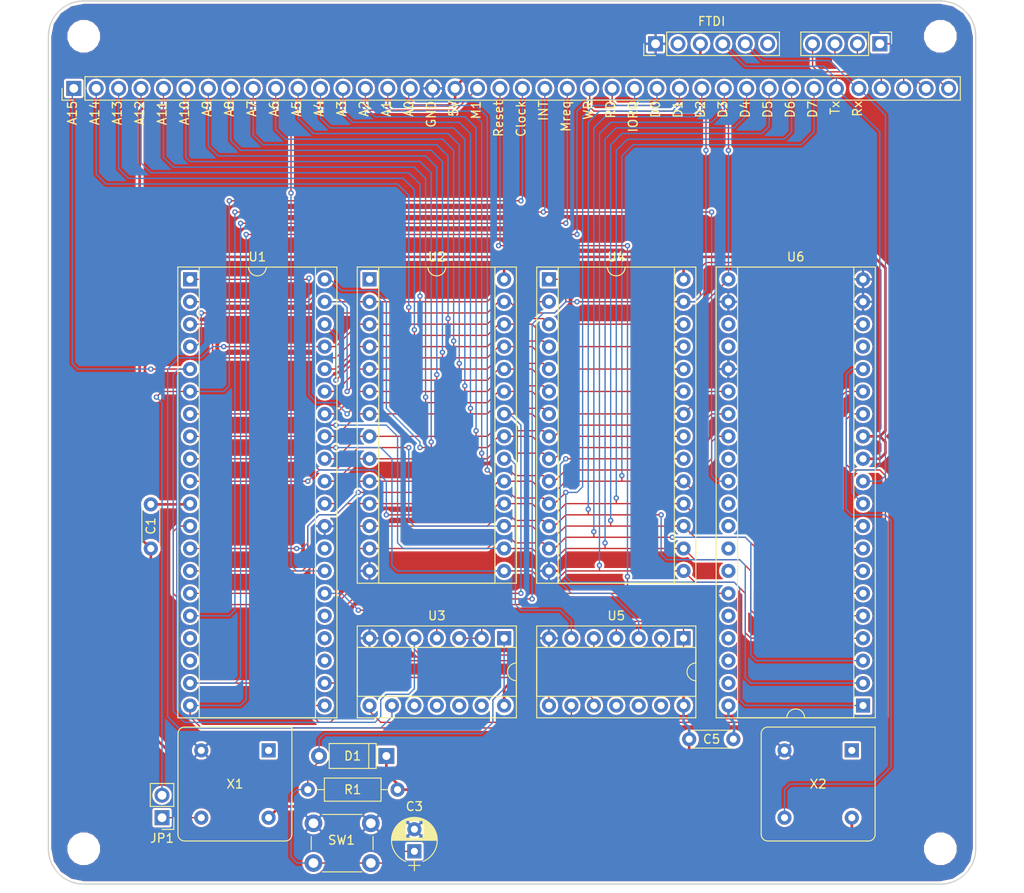
<source format=kicad_pcb>
(kicad_pcb (version 20170123) (host pcbnew "(2017-06-30 revision 5d252639f)-makepkg")
  (layers (0 F.Cu signal) (31 B.Cu signal) (34 B.Paste user) (35 F.Paste user) (36 B.SilkS user) (37 F.SilkS user) (38 B.Mask user) (39 F.Mask user) (44 Edge.Cuts user))
  (net 0 "")
  (net 1 /A10)
  (net 2 /A9)
  (net 3 /A8)
  (net 4 "Net-(U1-Pad18)")
  (net 5 /A7)
  (net 6 "Net-(U1-Pad17)")
  (net 7 /A6)
  (net 8 /A5)
  (net 9 /D1)
  (net 10 /A4)
  (net 11 /D0)
  (net 12 /A3)
  (net 13 /D7)
  (net 14 /A2)
  (net 15 /D2)
  (net 16 /A1)
  (net 17 +5V)
  (net 18 /A0)
  (net 19 /D6)
  (net 20 GND)
  (net 21 /D5)
  (net 22 "Net-(U1-Pad28)")
  (net 23 /D3)
  (net 24 /D4)
  (net 25 "Net-(U1-Pad25)")
  (net 26 "Net-(U1-Pad24)")
  (net 27 /A14)
  (net 28 "Net-(U1-Pad23)")
  (net 29 /A13)
  (net 30 /A12)
  (net 31 /A11)
  (net 32 "Net-(C1-Pad2)")
  (net 33 RD)
  (net 34 "Net-(X1-Pad1)")
  (net 35 "Net-(C3-Pad1)")
  (net 36 ~RESET~)
  (net 37 WR)
  (net 38 "Net-(U2-Pad1)")
  (net 39 MREQ)
  (net 40 ROM_CE)
  (net 41 RAM_CE)
  (net 42 "Net-(C5-Pad2)")
  (net 43 "Net-(U6-Pad39)")
  (net 44 "Net-(U6-Pad38)")
  (net 45 "Net-(U6-Pad37)")
  (net 46 "Net-(U6-Pad17)")
  (net 47 "Net-(U6-Pad36)")
  (net 48 "Net-(U6-Pad16)")
  (net 49 "Net-(U6-Pad15)")
  (net 50 "Net-(U6-Pad34)")
  (net 51 "Net-(U6-Pad33)")
  (net 52 "Net-(U6-Pad32)")
  (net 53 "Net-(U6-Pad31)")
  (net 54 "Net-(U6-Pad29)")
  (net 55 "Net-(U6-Pad24)")
  (net 56 "Net-(U6-Pad23)")
  (net 57 IORQ)
  (net 58 UART_CE)
  (net 59 "Net-(X2-Pad1)")
  (net 60 "Net-(U3-Pad8)")
  (net 61 RESET)
  (net 62 "Net-(U3-Pad6)")
  (net 63 RTS)
  (net 64 RX)
  (net 65 TX)
  (net 66 CTS)
  (net 67 "Net-(JP1-Pad1)")
  (net 68 /A15)
  (net 69 "Net-(J2-Pad4)")
  (net 70 "Net-(J2-Pad3)")
  (net 71 "Net-(J2-Pad2)")
  (net 72 "Net-(J2-Pad1)")
  (net 73 INT)
  (net 74 CLOCK)
  (net 75 M1)
  (module Oscillators:Oscillator_DIP-8 (layer F.Cu) (at 74.93 149.86 180)
    (fp_text reference X1 (at 3.81 -3.81 180) (layer F.SilkS))
    (fp_text value "4 MHz")
    (pad 1 thru_hole rect (at 0 0 180) (size 1.6 1.6) (drill 0.8) (layers *.Cu *.Mask) (net 34 "Net-(X1-Pad1)"))
    (pad 8 thru_hole circle (at 0 -7.62 180) (size 1.6 1.6) (drill 0.8) (layers *.Cu *.Mask) (net 17 +5V))
    (pad 5 thru_hole circle (at 7.62 -7.62 180) (size 1.6 1.6) (drill 0.8) (layers *.Cu *.Mask) (net 67 "Net-(JP1-Pad1)"))
    (pad 4 thru_hole circle (at 7.62 0 180) (size 1.6 1.6) (drill 0.8) (layers *.Cu *.Mask) (net 20 GND))
  )
  (module Mounting_Holes:MountingHole_3.2mm_M3 (layer F.Cu) (at 54 69)
    (fp_text reference REF** hide)
    (fp_text value MountingHole_3.2mm_M3)
    (pad 1 np_thru_hole circle (at 0 0) (size 3.2 3.2) (drill 3.2) (layers *.Cu *.Mask))
  )
  (module Mounting_Holes:MountingHole_3.2mm_M3 (layer F.Cu) (at 54 161)
    (fp_text reference REF** hide)
    (fp_text value MountingHole_3.2mm_M3)
    (pad 1 np_thru_hole circle (at 0 0) (size 3.2 3.2) (drill 3.2) (layers *.Cu *.Mask))
  )
  (module Mounting_Holes:MountingHole_3.2mm_M3 (layer F.Cu) (at 151 161)
    (fp_text reference REF** hide)
    (fp_text value MountingHole_3.2mm_M3)
    (pad 1 np_thru_hole circle (at 0 0) (size 3.2 3.2) (drill 3.2) (layers *.Cu *.Mask))
  )
  (module Mounting_Holes:MountingHole_3.2mm_M3 (layer F.Cu) (at 151 69)
    (fp_text reference REF** hide)
    (fp_text value MountingHole_3.2mm_M3)
    (pad 1 np_thru_hole circle (at 0 0) (size 3.2 3.2) (drill 3.2) (layers *.Cu *.Mask))
  )
  (module Housings_DIP:DIP-28_W15.24mm_Socket (layer F.Cu) (at 86.36 96.52)
    (fp_text reference U2 (at 7.62 -2.54) (layer F.SilkS))
    (fp_text value 27C256)
    (pad 28 thru_hole oval (at 15.24 0) (size 1.6 1.6) (drill 0.8) (layers *.Cu *.Mask) (net 17 +5V))
    (pad 14 thru_hole oval (at 0 33.02) (size 1.6 1.6) (drill 0.8) (layers *.Cu *.Mask) (net 20 GND))
    (pad 27 thru_hole oval (at 15.24 2.54) (size 1.6 1.6) (drill 0.8) (layers *.Cu *.Mask) (net 27 /A14))
    (pad 13 thru_hole oval (at 0 30.48) (size 1.6 1.6) (drill 0.8) (layers *.Cu *.Mask) (net 15 /D2))
    (pad 26 thru_hole oval (at 15.24 5.08) (size 1.6 1.6) (drill 0.8) (layers *.Cu *.Mask) (net 29 /A13))
    (pad 12 thru_hole oval (at 0 27.94) (size 1.6 1.6) (drill 0.8) (layers *.Cu *.Mask) (net 9 /D1))
    (pad 25 thru_hole oval (at 15.24 7.62) (size 1.6 1.6) (drill 0.8) (layers *.Cu *.Mask) (net 3 /A8))
    (pad 11 thru_hole oval (at 0 25.4) (size 1.6 1.6) (drill 0.8) (layers *.Cu *.Mask) (net 11 /D0))
    (pad 24 thru_hole oval (at 15.24 10.16) (size 1.6 1.6) (drill 0.8) (layers *.Cu *.Mask) (net 2 /A9))
    (pad 10 thru_hole oval (at 0 22.86) (size 1.6 1.6) (drill 0.8) (layers *.Cu *.Mask) (net 18 /A0))
    (pad 23 thru_hole oval (at 15.24 12.7) (size 1.6 1.6) (drill 0.8) (layers *.Cu *.Mask) (net 31 /A11))
    (pad 9 thru_hole oval (at 0 20.32) (size 1.6 1.6) (drill 0.8) (layers *.Cu *.Mask) (net 16 /A1))
    (pad 22 thru_hole oval (at 15.24 15.24) (size 1.6 1.6) (drill 0.8) (layers *.Cu *.Mask) (net 33 RD))
    (pad 8 thru_hole oval (at 0 17.78) (size 1.6 1.6) (drill 0.8) (layers *.Cu *.Mask) (net 14 /A2))
    (pad 21 thru_hole oval (at 15.24 17.78) (size 1.6 1.6) (drill 0.8) (layers *.Cu *.Mask) (net 1 /A10))
    (pad 7 thru_hole oval (at 0 15.24) (size 1.6 1.6) (drill 0.8) (layers *.Cu *.Mask) (net 12 /A3))
    (pad 20 thru_hole oval (at 15.24 20.32) (size 1.6 1.6) (drill 0.8) (layers *.Cu *.Mask) (net 40 ROM_CE))
    (pad 6 thru_hole oval (at 0 12.7) (size 1.6 1.6) (drill 0.8) (layers *.Cu *.Mask) (net 10 /A4))
    (pad 19 thru_hole oval (at 15.24 22.86) (size 1.6 1.6) (drill 0.8) (layers *.Cu *.Mask) (net 13 /D7))
    (pad 5 thru_hole oval (at 0 10.16) (size 1.6 1.6) (drill 0.8) (layers *.Cu *.Mask) (net 8 /A5))
    (pad 18 thru_hole oval (at 15.24 25.4) (size 1.6 1.6) (drill 0.8) (layers *.Cu *.Mask) (net 19 /D6))
    (pad 4 thru_hole oval (at 0 7.62) (size 1.6 1.6) (drill 0.8) (layers *.Cu *.Mask) (net 7 /A6))
    (pad 17 thru_hole oval (at 15.24 27.94) (size 1.6 1.6) (drill 0.8) (layers *.Cu *.Mask) (net 21 /D5))
    (pad 3 thru_hole oval (at 0 5.08) (size 1.6 1.6) (drill 0.8) (layers *.Cu *.Mask) (net 5 /A7))
    (pad 16 thru_hole oval (at 15.24 30.48) (size 1.6 1.6) (drill 0.8) (layers *.Cu *.Mask) (net 24 /D4))
    (pad 2 thru_hole oval (at 0 2.54) (size 1.6 1.6) (drill 0.8) (layers *.Cu *.Mask) (net 30 /A12))
    (pad 15 thru_hole oval (at 15.24 33.02) (size 1.6 1.6) (drill 0.8) (layers *.Cu *.Mask) (net 23 /D3))
    (pad 1 thru_hole rect (at 0 0) (size 1.6 1.6) (drill 0.8) (layers *.Cu *.Mask) (net 38 "Net-(U2-Pad1)"))
  )
  (module Housings_DIP:DIP-40_W15.24mm_Socket (layer F.Cu) (at 66.04 96.52)
    (fp_text reference U1 (at 7.62 -2.54) (layer F.SilkS))
    (fp_text value Z80CPU)
    (pad 40 thru_hole oval (at 15.24 0) (size 1.6 1.6) (drill 0.8) (layers *.Cu *.Mask) (net 1 /A10))
    (pad 20 thru_hole oval (at 0 48.26) (size 1.6 1.6) (drill 0.8) (layers *.Cu *.Mask) (net 57 IORQ))
    (pad 39 thru_hole oval (at 15.24 2.54) (size 1.6 1.6) (drill 0.8) (layers *.Cu *.Mask) (net 2 /A9))
    (pad 19 thru_hole oval (at 0 45.72) (size 1.6 1.6) (drill 0.8) (layers *.Cu *.Mask) (net 39 MREQ))
    (pad 38 thru_hole oval (at 15.24 5.08) (size 1.6 1.6) (drill 0.8) (layers *.Cu *.Mask) (net 3 /A8))
    (pad 18 thru_hole oval (at 0 43.18) (size 1.6 1.6) (drill 0.8) (layers *.Cu *.Mask) (net 4 "Net-(U1-Pad18)"))
    (pad 37 thru_hole oval (at 15.24 7.62) (size 1.6 1.6) (drill 0.8) (layers *.Cu *.Mask) (net 5 /A7))
    (pad 17 thru_hole oval (at 0 40.64) (size 1.6 1.6) (drill 0.8) (layers *.Cu *.Mask) (net 6 "Net-(U1-Pad17)"))
    (pad 36 thru_hole oval (at 15.24 10.16) (size 1.6 1.6) (drill 0.8) (layers *.Cu *.Mask) (net 7 /A6))
    (pad 16 thru_hole oval (at 0 38.1) (size 1.6 1.6) (drill 0.8) (layers *.Cu *.Mask) (net 73 INT))
    (pad 35 thru_hole oval (at 15.24 12.7) (size 1.6 1.6) (drill 0.8) (layers *.Cu *.Mask) (net 8 /A5))
    (pad 15 thru_hole oval (at 0 35.56) (size 1.6 1.6) (drill 0.8) (layers *.Cu *.Mask) (net 9 /D1))
    (pad 34 thru_hole oval (at 15.24 15.24) (size 1.6 1.6) (drill 0.8) (layers *.Cu *.Mask) (net 10 /A4))
    (pad 14 thru_hole oval (at 0 33.02) (size 1.6 1.6) (drill 0.8) (layers *.Cu *.Mask) (net 11 /D0))
    (pad 33 thru_hole oval (at 15.24 17.78) (size 1.6 1.6) (drill 0.8) (layers *.Cu *.Mask) (net 12 /A3))
    (pad 13 thru_hole oval (at 0 30.48) (size 1.6 1.6) (drill 0.8) (layers *.Cu *.Mask) (net 13 /D7))
    (pad 32 thru_hole oval (at 15.24 20.32) (size 1.6 1.6) (drill 0.8) (layers *.Cu *.Mask) (net 14 /A2))
    (pad 12 thru_hole oval (at 0 27.94) (size 1.6 1.6) (drill 0.8) (layers *.Cu *.Mask) (net 15 /D2))
    (pad 31 thru_hole oval (at 15.24 22.86) (size 1.6 1.6) (drill 0.8) (layers *.Cu *.Mask) (net 16 /A1))
    (pad 11 thru_hole oval (at 0 25.4) (size 1.6 1.6) (drill 0.8) (layers *.Cu *.Mask) (net 32 "Net-(C1-Pad2)"))
    (pad 30 thru_hole oval (at 15.24 25.4) (size 1.6 1.6) (drill 0.8) (layers *.Cu *.Mask) (net 18 /A0))
    (pad 10 thru_hole oval (at 0 22.86) (size 1.6 1.6) (drill 0.8) (layers *.Cu *.Mask) (net 19 /D6))
    (pad 29 thru_hole oval (at 15.24 27.94) (size 1.6 1.6) (drill 0.8) (layers *.Cu *.Mask) (net 20 GND))
    (pad 9 thru_hole oval (at 0 20.32) (size 1.6 1.6) (drill 0.8) (layers *.Cu *.Mask) (net 21 /D5))
    (pad 28 thru_hole oval (at 15.24 30.48) (size 1.6 1.6) (drill 0.8) (layers *.Cu *.Mask) (net 22 "Net-(U1-Pad28)"))
    (pad 8 thru_hole oval (at 0 17.78) (size 1.6 1.6) (drill 0.8) (layers *.Cu *.Mask) (net 23 /D3))
    (pad 27 thru_hole oval (at 15.24 33.02) (size 1.6 1.6) (drill 0.8) (layers *.Cu *.Mask) (net 75 M1))
    (pad 7 thru_hole oval (at 0 15.24) (size 1.6 1.6) (drill 0.8) (layers *.Cu *.Mask) (net 24 /D4))
    (pad 26 thru_hole oval (at 15.24 35.56) (size 1.6 1.6) (drill 0.8) (layers *.Cu *.Mask) (net 36 ~RESET~))
    (pad 6 thru_hole oval (at 0 12.7) (size 1.6 1.6) (drill 0.8) (layers *.Cu *.Mask) (net 74 CLOCK))
    (pad 25 thru_hole oval (at 15.24 38.1) (size 1.6 1.6) (drill 0.8) (layers *.Cu *.Mask) (net 25 "Net-(U1-Pad25)"))
    (pad 5 thru_hole oval (at 0 10.16) (size 1.6 1.6) (drill 0.8) (layers *.Cu *.Mask) (net 68 /A15))
    (pad 24 thru_hole oval (at 15.24 40.64) (size 1.6 1.6) (drill 0.8) (layers *.Cu *.Mask) (net 26 "Net-(U1-Pad24)"))
    (pad 4 thru_hole oval (at 0 7.62) (size 1.6 1.6) (drill 0.8) (layers *.Cu *.Mask) (net 27 /A14))
    (pad 23 thru_hole oval (at 15.24 43.18) (size 1.6 1.6) (drill 0.8) (layers *.Cu *.Mask) (net 28 "Net-(U1-Pad23)"))
    (pad 3 thru_hole oval (at 0 5.08) (size 1.6 1.6) (drill 0.8) (layers *.Cu *.Mask) (net 29 /A13))
    (pad 22 thru_hole oval (at 15.24 45.72) (size 1.6 1.6) (drill 0.8) (layers *.Cu *.Mask) (net 37 WR))
    (pad 2 thru_hole oval (at 0 2.54) (size 1.6 1.6) (drill 0.8) (layers *.Cu *.Mask) (net 30 /A12))
    (pad 21 thru_hole oval (at 15.24 48.26) (size 1.6 1.6) (drill 0.8) (layers *.Cu *.Mask) (net 33 RD))
    (pad 1 thru_hole rect (at 0 0) (size 1.6 1.6) (drill 0.8) (layers *.Cu *.Mask) (net 31 /A11))
  )
  (module Housings_DIP:DIP-28_W15.24mm_Socket (layer F.Cu) (at 106.68 96.52)
    (fp_text reference U4 (at 7.62 -2.54) (layer F.SilkS))
    (fp_text value 55257)
    (pad 28 thru_hole oval (at 15.24 0) (size 1.6 1.6) (drill 0.8) (layers *.Cu *.Mask) (net 17 +5V))
    (pad 14 thru_hole oval (at 0 33.02) (size 1.6 1.6) (drill 0.8) (layers *.Cu *.Mask) (net 20 GND))
    (pad 27 thru_hole oval (at 15.24 2.54) (size 1.6 1.6) (drill 0.8) (layers *.Cu *.Mask) (net 37 WR))
    (pad 13 thru_hole oval (at 0 30.48) (size 1.6 1.6) (drill 0.8) (layers *.Cu *.Mask) (net 15 /D2))
    (pad 26 thru_hole oval (at 15.24 5.08) (size 1.6 1.6) (drill 0.8) (layers *.Cu *.Mask) (net 29 /A13))
    (pad 12 thru_hole oval (at 0 27.94) (size 1.6 1.6) (drill 0.8) (layers *.Cu *.Mask) (net 9 /D1))
    (pad 25 thru_hole oval (at 15.24 7.62) (size 1.6 1.6) (drill 0.8) (layers *.Cu *.Mask) (net 3 /A8))
    (pad 11 thru_hole oval (at 0 25.4) (size 1.6 1.6) (drill 0.8) (layers *.Cu *.Mask) (net 11 /D0))
    (pad 24 thru_hole oval (at 15.24 10.16) (size 1.6 1.6) (drill 0.8) (layers *.Cu *.Mask) (net 2 /A9))
    (pad 10 thru_hole oval (at 0 22.86) (size 1.6 1.6) (drill 0.8) (layers *.Cu *.Mask) (net 18 /A0))
    (pad 23 thru_hole oval (at 15.24 12.7) (size 1.6 1.6) (drill 0.8) (layers *.Cu *.Mask) (net 31 /A11))
    (pad 9 thru_hole oval (at 0 20.32) (size 1.6 1.6) (drill 0.8) (layers *.Cu *.Mask) (net 16 /A1))
    (pad 22 thru_hole oval (at 15.24 15.24) (size 1.6 1.6) (drill 0.8) (layers *.Cu *.Mask) (net 33 RD))
    (pad 8 thru_hole oval (at 0 17.78) (size 1.6 1.6) (drill 0.8) (layers *.Cu *.Mask) (net 14 /A2))
    (pad 21 thru_hole oval (at 15.24 17.78) (size 1.6 1.6) (drill 0.8) (layers *.Cu *.Mask) (net 1 /A10))
    (pad 7 thru_hole oval (at 0 15.24) (size 1.6 1.6) (drill 0.8) (layers *.Cu *.Mask) (net 12 /A3))
    (pad 20 thru_hole oval (at 15.24 20.32) (size 1.6 1.6) (drill 0.8) (layers *.Cu *.Mask) (net 41 RAM_CE))
    (pad 6 thru_hole oval (at 0 12.7) (size 1.6 1.6) (drill 0.8) (layers *.Cu *.Mask) (net 10 /A4))
    (pad 19 thru_hole oval (at 15.24 22.86) (size 1.6 1.6) (drill 0.8) (layers *.Cu *.Mask) (net 13 /D7))
    (pad 5 thru_hole oval (at 0 10.16) (size 1.6 1.6) (drill 0.8) (layers *.Cu *.Mask) (net 8 /A5))
    (pad 18 thru_hole oval (at 15.24 25.4) (size 1.6 1.6) (drill 0.8) (layers *.Cu *.Mask) (net 19 /D6))
    (pad 4 thru_hole oval (at 0 7.62) (size 1.6 1.6) (drill 0.8) (layers *.Cu *.Mask) (net 7 /A6))
    (pad 17 thru_hole oval (at 15.24 27.94) (size 1.6 1.6) (drill 0.8) (layers *.Cu *.Mask) (net 21 /D5))
    (pad 3 thru_hole oval (at 0 5.08) (size 1.6 1.6) (drill 0.8) (layers *.Cu *.Mask) (net 5 /A7))
    (pad 16 thru_hole oval (at 15.24 30.48) (size 1.6 1.6) (drill 0.8) (layers *.Cu *.Mask) (net 24 /D4))
    (pad 2 thru_hole oval (at 0 2.54) (size 1.6 1.6) (drill 0.8) (layers *.Cu *.Mask) (net 30 /A12))
    (pad 15 thru_hole oval (at 15.24 33.02) (size 1.6 1.6) (drill 0.8) (layers *.Cu *.Mask) (net 23 /D3))
    (pad 1 thru_hole rect (at 0 0) (size 1.6 1.6) (drill 0.8) (layers *.Cu *.Mask) (net 27 /A14))
  )
  (module Housings_DIP:DIP-40_W15.24mm_Socket (layer F.Cu) (at 142.24 144.78 180)
    (fp_text reference U6 (at 7.62 50.8 180) (layer F.SilkS))
    (fp_text value 16550)
    (pad 40 thru_hole oval (at 15.24 0 180) (size 1.6 1.6) (drill 0.8) (layers *.Cu *.Mask) (net 42 "Net-(C5-Pad2)"))
    (pad 20 thru_hole oval (at 0 48.26 180) (size 1.6 1.6) (drill 0.8) (layers *.Cu *.Mask) (net 20 GND))
    (pad 39 thru_hole oval (at 15.24 2.54 180) (size 1.6 1.6) (drill 0.8) (layers *.Cu *.Mask) (net 43 "Net-(U6-Pad39)"))
    (pad 19 thru_hole oval (at 0 45.72 180) (size 1.6 1.6) (drill 0.8) (layers *.Cu *.Mask) (net 20 GND))
    (pad 38 thru_hole oval (at 15.24 5.08 180) (size 1.6 1.6) (drill 0.8) (layers *.Cu *.Mask) (net 44 "Net-(U6-Pad38)"))
    (pad 18 thru_hole oval (at 0 43.18 180) (size 1.6 1.6) (drill 0.8) (layers *.Cu *.Mask) (net 37 WR))
    (pad 37 thru_hole oval (at 15.24 7.62 180) (size 1.6 1.6) (drill 0.8) (layers *.Cu *.Mask) (net 45 "Net-(U6-Pad37)"))
    (pad 17 thru_hole oval (at 0 40.64 180) (size 1.6 1.6) (drill 0.8) (layers *.Cu *.Mask) (net 46 "Net-(U6-Pad17)"))
    (pad 36 thru_hole oval (at 15.24 10.16 180) (size 1.6 1.6) (drill 0.8) (layers *.Cu *.Mask) (net 47 "Net-(U6-Pad36)"))
    (pad 16 thru_hole oval (at 0 38.1 180) (size 1.6 1.6) (drill 0.8) (layers *.Cu *.Mask) (net 48 "Net-(U6-Pad16)"))
    (pad 35 thru_hole oval (at 15.24 12.7 180) (size 1.6 1.6) (drill 0.8) (layers *.Cu *.Mask) (net 61 RESET))
    (pad 15 thru_hole oval (at 0 35.56 180) (size 1.6 1.6) (drill 0.8) (layers *.Cu *.Mask) (net 49 "Net-(U6-Pad15)"))
    (pad 34 thru_hole oval (at 15.24 15.24 180) (size 1.6 1.6) (drill 0.8) (layers *.Cu *.Mask) (net 50 "Net-(U6-Pad34)"))
    (pad 14 thru_hole oval (at 0 33.02 180) (size 1.6 1.6) (drill 0.8) (layers *.Cu *.Mask) (net 58 UART_CE))
    (pad 33 thru_hole oval (at 15.24 17.78 180) (size 1.6 1.6) (drill 0.8) (layers *.Cu *.Mask) (net 51 "Net-(U6-Pad33)"))
    (pad 13 thru_hole oval (at 0 30.48 180) (size 1.6 1.6) (drill 0.8) (layers *.Cu *.Mask) (net 17 +5V))
    (pad 32 thru_hole oval (at 15.24 20.32 180) (size 1.6 1.6) (drill 0.8) (layers *.Cu *.Mask) (net 52 "Net-(U6-Pad32)"))
    (pad 12 thru_hole oval (at 0 27.94 180) (size 1.6 1.6) (drill 0.8) (layers *.Cu *.Mask) (net 17 +5V))
    (pad 31 thru_hole oval (at 15.24 22.86 180) (size 1.6 1.6) (drill 0.8) (layers *.Cu *.Mask) (net 53 "Net-(U6-Pad31)"))
    (pad 11 thru_hole oval (at 0 25.4 180) (size 1.6 1.6) (drill 0.8) (layers *.Cu *.Mask) (net 64 RX))
    (pad 30 thru_hole oval (at 15.24 25.4 180) (size 1.6 1.6) (drill 0.8) (layers *.Cu *.Mask) (net 73 INT))
    (pad 10 thru_hole oval (at 0 22.86 180) (size 1.6 1.6) (drill 0.8) (layers *.Cu *.Mask) (net 65 TX))
    (pad 29 thru_hole oval (at 15.24 27.94 180) (size 1.6 1.6) (drill 0.8) (layers *.Cu *.Mask) (net 54 "Net-(U6-Pad29)"))
    (pad 9 thru_hole oval (at 0 20.32 180) (size 1.6 1.6) (drill 0.8) (layers *.Cu *.Mask) (net 49 "Net-(U6-Pad15)"))
    (pad 28 thru_hole oval (at 15.24 30.48 180) (size 1.6 1.6) (drill 0.8) (layers *.Cu *.Mask) (net 18 /A0))
    (pad 8 thru_hole oval (at 0 17.78 180) (size 1.6 1.6) (drill 0.8) (layers *.Cu *.Mask) (net 13 /D7))
    (pad 27 thru_hole oval (at 15.24 33.02 180) (size 1.6 1.6) (drill 0.8) (layers *.Cu *.Mask) (net 16 /A1))
    (pad 7 thru_hole oval (at 0 15.24 180) (size 1.6 1.6) (drill 0.8) (layers *.Cu *.Mask) (net 19 /D6))
    (pad 26 thru_hole oval (at 15.24 35.56 180) (size 1.6 1.6) (drill 0.8) (layers *.Cu *.Mask) (net 14 /A2))
    (pad 6 thru_hole oval (at 0 12.7 180) (size 1.6 1.6) (drill 0.8) (layers *.Cu *.Mask) (net 21 /D5))
    (pad 25 thru_hole oval (at 15.24 38.1 180) (size 1.6 1.6) (drill 0.8) (layers *.Cu *.Mask) (net 20 GND))
    (pad 5 thru_hole oval (at 0 10.16 180) (size 1.6 1.6) (drill 0.8) (layers *.Cu *.Mask) (net 24 /D4))
    (pad 24 thru_hole oval (at 15.24 40.64 180) (size 1.6 1.6) (drill 0.8) (layers *.Cu *.Mask) (net 55 "Net-(U6-Pad24)"))
    (pad 4 thru_hole oval (at 0 7.62 180) (size 1.6 1.6) (drill 0.8) (layers *.Cu *.Mask) (net 23 /D3))
    (pad 23 thru_hole oval (at 15.24 43.18 180) (size 1.6 1.6) (drill 0.8) (layers *.Cu *.Mask) (net 56 "Net-(U6-Pad23)"))
    (pad 3 thru_hole oval (at 0 5.08 180) (size 1.6 1.6) (drill 0.8) (layers *.Cu *.Mask) (net 15 /D2))
    (pad 22 thru_hole oval (at 15.24 45.72 180) (size 1.6 1.6) (drill 0.8) (layers *.Cu *.Mask) (net 20 GND))
    (pad 2 thru_hole oval (at 0 2.54 180) (size 1.6 1.6) (drill 0.8) (layers *.Cu *.Mask) (net 9 /D1))
    (pad 21 thru_hole oval (at 15.24 48.26 180) (size 1.6 1.6) (drill 0.8) (layers *.Cu *.Mask) (net 33 RD))
    (pad 1 thru_hole rect (at 0 0 180) (size 1.6 1.6) (drill 0.8) (layers *.Cu *.Mask) (net 11 /D0))
  )
  (module Housings_DIP:DIP-14_W7.62mm_Socket (layer F.Cu) (at 101.6 137.16 270)
    (fp_text reference U3 (at -2.54 7.62) (layer F.SilkS))
    (fp_text value 7404)
    (pad 1 thru_hole rect (at 0 0 270) (size 1.6 1.6) (drill 0.8) (layers *.Cu *.Mask) (net 35 "Net-(C3-Pad1)"))
    (pad 8 thru_hole oval (at 7.62 15.24 270) (size 1.6 1.6) (drill 0.8) (layers *.Cu *.Mask) (net 60 "Net-(U3-Pad8)"))
    (pad 2 thru_hole oval (at 0 2.54 270) (size 1.6 1.6) (drill 0.8) (layers *.Cu *.Mask) (net 61 RESET))
    (pad 9 thru_hole oval (at 7.62 12.7 270) (size 1.6 1.6) (drill 0.8) (layers *.Cu *.Mask) (net 5 /A7))
    (pad 3 thru_hole oval (at 0 5.08 270) (size 1.6 1.6) (drill 0.8) (layers *.Cu *.Mask) (net 61 RESET))
    (pad 10 thru_hole oval (at 7.62 10.16 270) (size 1.6 1.6) (drill 0.8) (layers *.Cu *.Mask))
    (pad 4 thru_hole oval (at 0 7.62 270) (size 1.6 1.6) (drill 0.8) (layers *.Cu *.Mask) (net 36 ~RESET~))
    (pad 11 thru_hole oval (at 7.62 7.62 270) (size 1.6 1.6) (drill 0.8) (layers *.Cu *.Mask))
    (pad 5 thru_hole oval (at 0 10.16 270) (size 1.6 1.6) (drill 0.8) (layers *.Cu *.Mask) (net 68 /A15))
    (pad 12 thru_hole oval (at 7.62 5.08 270) (size 1.6 1.6) (drill 0.8) (layers *.Cu *.Mask))
    (pad 6 thru_hole oval (at 0 12.7 270) (size 1.6 1.6) (drill 0.8) (layers *.Cu *.Mask) (net 62 "Net-(U3-Pad6)"))
    (pad 13 thru_hole oval (at 7.62 2.54 270) (size 1.6 1.6) (drill 0.8) (layers *.Cu *.Mask))
    (pad 7 thru_hole oval (at 0 15.24 270) (size 1.6 1.6) (drill 0.8) (layers *.Cu *.Mask) (net 20 GND))
    (pad 14 thru_hole oval (at 7.62 0 270) (size 1.6 1.6) (drill 0.8) (layers *.Cu *.Mask) (net 17 +5V))
  )
  (module Housings_DIP:DIP-14_W7.62mm_Socket (layer F.Cu) (at 121.92 137.16 270)
    (fp_text reference U5 (at -2.54 7.62) (layer F.SilkS))
    (fp_text value 7432)
    (pad 14 thru_hole oval (at 7.62 0 270) (size 1.6 1.6) (drill 0.8) (layers *.Cu *.Mask) (net 17 +5V))
    (pad 7 thru_hole oval (at 0 15.24 270) (size 1.6 1.6) (drill 0.8) (layers *.Cu *.Mask) (net 20 GND))
    (pad 13 thru_hole oval (at 7.62 2.54 270) (size 1.6 1.6) (drill 0.8) (layers *.Cu *.Mask))
    (pad 6 thru_hole oval (at 0 12.7 270) (size 1.6 1.6) (drill 0.8) (layers *.Cu *.Mask) (net 40 ROM_CE))
    (pad 12 thru_hole oval (at 7.62 5.08 270) (size 1.6 1.6) (drill 0.8) (layers *.Cu *.Mask))
    (pad 5 thru_hole oval (at 0 10.16 270) (size 1.6 1.6) (drill 0.8) (layers *.Cu *.Mask) (net 68 /A15))
    (pad 11 thru_hole oval (at 7.62 7.62 270) (size 1.6 1.6) (drill 0.8) (layers *.Cu *.Mask))
    (pad 4 thru_hole oval (at 0 7.62 270) (size 1.6 1.6) (drill 0.8) (layers *.Cu *.Mask) (net 39 MREQ))
    (pad 10 thru_hole oval (at 7.62 10.16 270) (size 1.6 1.6) (drill 0.8) (layers *.Cu *.Mask) (net 60 "Net-(U3-Pad8)"))
    (pad 3 thru_hole oval (at 0 5.08 270) (size 1.6 1.6) (drill 0.8) (layers *.Cu *.Mask) (net 41 RAM_CE))
    (pad 9 thru_hole oval (at 7.62 12.7 270) (size 1.6 1.6) (drill 0.8) (layers *.Cu *.Mask) (net 57 IORQ))
    (pad 2 thru_hole oval (at 0 2.54 270) (size 1.6 1.6) (drill 0.8) (layers *.Cu *.Mask) (net 62 "Net-(U3-Pad6)"))
    (pad 8 thru_hole oval (at 7.62 15.24 270) (size 1.6 1.6) (drill 0.8) (layers *.Cu *.Mask) (net 58 UART_CE))
    (pad 1 thru_hole rect (at 0 0 270) (size 1.6 1.6) (drill 0.8) (layers *.Cu *.Mask) (net 39 MREQ))
  )
  (module Oscillators:Oscillator_DIP-8 (layer F.Cu) (at 140.97 149.86 180)
    (fp_text reference X2 (at 3.81 -3.81 180) (layer F.SilkS))
    (fp_text value "1.8432 MHz")
    (pad 4 thru_hole circle (at 7.62 0 180) (size 1.6 1.6) (drill 0.8) (layers *.Cu *.Mask) (net 20 GND))
    (pad 5 thru_hole circle (at 7.62 -7.62 180) (size 1.6 1.6) (drill 0.8) (layers *.Cu *.Mask) (net 48 "Net-(U6-Pad16)"))
    (pad 8 thru_hole circle (at 0 -7.62 180) (size 1.6 1.6) (drill 0.8) (layers *.Cu *.Mask) (net 17 +5V))
    (pad 1 thru_hole rect (at 0 0 180) (size 1.6 1.6) (drill 0.8) (layers *.Cu *.Mask) (net 59 "Net-(X2-Pad1)"))
  )
  (module Capacitors_THT:C_Disc_D4.3mm_W1.9mm_P5.00mm (layer F.Cu) (at 61.595 127 90)
    (fp_text reference C1 (at 2.54 0 90) (layer F.SilkS))
    (fp_text value "1 uF")
    (pad 2 thru_hole circle (at 5 0 90) (size 1.6 1.6) (drill 0.8) (layers *.Cu *.Mask) (net 32 "Net-(C1-Pad2)"))
    (pad 1 thru_hole circle (at 0 0 90) (size 1.6 1.6) (drill 0.8) (layers *.Cu *.Mask) (net 17 +5V))
  )
  (module Capacitors_THT:CP_Radial_D5.0mm_P2.50mm (layer F.Cu) (at 91.44 161.29 90)
    (fp_text reference C3 (at 5.08 0 180) (layer F.SilkS))
    (fp_text value "47 uF")
    (pad 2 thru_hole circle (at 2.5 0 90) (size 1.6 1.6) (drill 0.8) (layers *.Cu *.Mask) (net 20 GND))
    (pad 1 thru_hole rect (at 0 0 90) (size 1.6 1.6) (drill 0.8) (layers *.Cu *.Mask) (net 35 "Net-(C3-Pad1)"))
  )
  (module Capacitors_THT:C_Disc_D4.3mm_W1.9mm_P5.00mm (layer F.Cu) (at 122.555 148.59)
    (fp_text reference C5 (at 2.54 0) (layer F.SilkS))
    (fp_text value C_Small)
    (pad 1 thru_hole circle (at 0 0) (size 1.6 1.6) (drill 0.8) (layers *.Cu *.Mask) (net 17 +5V))
    (pad 2 thru_hole circle (at 5 0) (size 1.6 1.6) (drill 0.8) (layers *.Cu *.Mask) (net 42 "Net-(C5-Pad2)"))
  )
  (module Diodes_THT:D_A-405_P7.62mm_Horizontal (layer F.Cu) (at 88.265 150.495 180)
    (fp_text reference D1 (at 3.81 0 180) (layer F.SilkS))
    (fp_text value 1N4148)
    (pad 2 thru_hole oval (at 7.62 0 180) (size 1.8 1.8) (drill 0.9) (layers *.Cu *.Mask) (net 35 "Net-(C3-Pad1)"))
    (pad 1 thru_hole rect (at 0 0 180) (size 1.8 1.8) (drill 0.9) (layers *.Cu *.Mask) (net 17 +5V))
  )
  (module Resistors_THT:R_Axial_DIN0207_L6.3mm_D2.5mm_P10.16mm_Horizontal (layer F.Cu) (at 89.535 154.305 180)
    (fp_text reference R1 (at 5.08 0 180) (layer F.SilkS))
    (fp_text value 10k)
    (pad 2 thru_hole oval (at 10.16 0 180) (size 1.6 1.6) (drill 0.8) (layers *.Cu *.Mask) (net 35 "Net-(C3-Pad1)"))
    (pad 1 thru_hole circle (at 0 0 180) (size 1.6 1.6) (drill 0.8) (layers *.Cu *.Mask) (net 17 +5V))
  )
  (module Buttons_Switches_THT:SW_PUSH_6mm_h5mm (layer F.Cu) (at 80.01 158.115)
    (fp_text reference SW1 (at 3.175 1.905) (layer F.SilkS))
    (fp_text value SW_Push)
    (pad 1 thru_hole circle (at 6.5 0 90) (size 2 2) (drill 1.1) (layers *.Cu *.Mask) (net 20 GND))
    (pad 2 thru_hole circle (at 6.5 4.5 90) (size 2 2) (drill 1.1) (layers *.Cu *.Mask) (net 35 "Net-(C3-Pad1)"))
    (pad 1 thru_hole circle (at 0 0 90) (size 2 2) (drill 1.1) (layers *.Cu *.Mask) (net 20 GND))
    (pad 2 thru_hole circle (at 0 4.5 90) (size 2 2) (drill 1.1) (layers *.Cu *.Mask) (net 35 "Net-(C3-Pad1)"))
  )
  (module Pin_Headers:Pin_Header_Straight_1x04_Pitch2.54mm (layer F.Cu) (at 144.145 69.85 270)
    (fp_text reference J2 hide)
    (fp_text value CONN_01X04)
    (pad 4 thru_hole oval (at 0 7.62 270) (size 1.7 1.7) (drill 1) (layers *.Cu *.Mask) (net 69 "Net-(J2-Pad4)"))
    (pad 3 thru_hole oval (at 0 5.08 270) (size 1.7 1.7) (drill 1) (layers *.Cu *.Mask) (net 70 "Net-(J2-Pad3)"))
    (pad 2 thru_hole oval (at 0 2.54 270) (size 1.7 1.7) (drill 1) (layers *.Cu *.Mask) (net 71 "Net-(J2-Pad2)"))
    (pad 1 thru_hole rect (at 0 0 270) (size 1.7 1.7) (drill 1) (layers *.Cu *.Mask) (net 72 "Net-(J2-Pad1)"))
  )
  (module Pin_Headers:Pin_Header_Straight_1x40_Pitch2.54mm (layer F.Cu) (at 52.87 74.905 90)
    (fp_text reference J3 hide)
    (fp_text value CONN_01X40)
    (pad 40 thru_hole oval (at 0 99.06 90) (size 1.7 1.7) (drill 1) (layers *.Cu *.Mask) (net 72 "Net-(J2-Pad1)"))
    (pad 39 thru_hole oval (at 0 96.52 90) (size 1.7 1.7) (drill 1) (layers *.Cu *.Mask) (net 71 "Net-(J2-Pad2)"))
    (pad 38 thru_hole oval (at 0 93.98 90) (size 1.7 1.7) (drill 1) (layers *.Cu *.Mask) (net 70 "Net-(J2-Pad3)"))
    (pad 37 thru_hole oval (at 0 91.44 90) (size 1.7 1.7) (drill 1) (layers *.Cu *.Mask) (net 69 "Net-(J2-Pad4)"))
    (pad 36 thru_hole oval (at 0 88.9 90) (size 1.7 1.7) (drill 1) (layers *.Cu *.Mask) (net 64 RX))
    (pad 35 thru_hole oval (at 0 86.36 90) (size 1.7 1.7) (drill 1) (layers *.Cu *.Mask) (net 65 TX))
    (pad 34 thru_hole oval (at 0 83.82 90) (size 1.7 1.7) (drill 1) (layers *.Cu *.Mask) (net 13 /D7))
    (pad 33 thru_hole oval (at 0 81.28 90) (size 1.7 1.7) (drill 1) (layers *.Cu *.Mask) (net 19 /D6))
    (pad 32 thru_hole oval (at 0 78.74 90) (size 1.7 1.7) (drill 1) (layers *.Cu *.Mask) (net 21 /D5))
    (pad 31 thru_hole oval (at 0 76.2 90) (size 1.7 1.7) (drill 1) (layers *.Cu *.Mask) (net 24 /D4))
    (pad 30 thru_hole oval (at 0 73.66 90) (size 1.7 1.7) (drill 1) (layers *.Cu *.Mask) (net 23 /D3))
    (pad 29 thru_hole oval (at 0 71.12 90) (size 1.7 1.7) (drill 1) (layers *.Cu *.Mask) (net 15 /D2))
    (pad 28 thru_hole oval (at 0 68.58 90) (size 1.7 1.7) (drill 1) (layers *.Cu *.Mask) (net 9 /D1))
    (pad 27 thru_hole oval (at 0 66.04 90) (size 1.7 1.7) (drill 1) (layers *.Cu *.Mask) (net 11 /D0))
    (pad 26 thru_hole oval (at 0 63.5 90) (size 1.7 1.7) (drill 1) (layers *.Cu *.Mask) (net 57 IORQ))
    (pad 25 thru_hole oval (at 0 60.96 90) (size 1.7 1.7) (drill 1) (layers *.Cu *.Mask) (net 33 RD))
    (pad 24 thru_hole oval (at 0 58.42 90) (size 1.7 1.7) (drill 1) (layers *.Cu *.Mask) (net 37 WR))
    (pad 23 thru_hole oval (at 0 55.88 90) (size 1.7 1.7) (drill 1) (layers *.Cu *.Mask) (net 39 MREQ))
    (pad 22 thru_hole oval (at 0 53.34 90) (size 1.7 1.7) (drill 1) (layers *.Cu *.Mask) (net 73 INT))
    (pad 21 thru_hole oval (at 0 50.8 90) (size 1.7 1.7) (drill 1) (layers *.Cu *.Mask) (net 74 CLOCK))
    (pad 20 thru_hole oval (at 0 48.26 90) (size 1.7 1.7) (drill 1) (layers *.Cu *.Mask) (net 61 RESET))
    (pad 19 thru_hole oval (at 0 45.72 90) (size 1.7 1.7) (drill 1) (layers *.Cu *.Mask) (net 75 M1))
    (pad 18 thru_hole oval (at 0 43.18 90) (size 1.7 1.7) (drill 1) (layers *.Cu *.Mask) (net 17 +5V))
    (pad 17 thru_hole oval (at 0 40.64 90) (size 1.7 1.7) (drill 1) (layers *.Cu *.Mask) (net 20 GND))
    (pad 16 thru_hole oval (at 0 38.1 90) (size 1.7 1.7) (drill 1) (layers *.Cu *.Mask) (net 18 /A0))
    (pad 15 thru_hole oval (at 0 35.56 90) (size 1.7 1.7) (drill 1) (layers *.Cu *.Mask) (net 16 /A1))
    (pad 14 thru_hole oval (at 0 33.02 90) (size 1.7 1.7) (drill 1) (layers *.Cu *.Mask) (net 14 /A2))
    (pad 13 thru_hole oval (at 0 30.48 90) (size 1.7 1.7) (drill 1) (layers *.Cu *.Mask) (net 12 /A3))
    (pad 12 thru_hole oval (at 0 27.94 90) (size 1.7 1.7) (drill 1) (layers *.Cu *.Mask) (net 10 /A4))
    (pad 11 thru_hole oval (at 0 25.4 90) (size 1.7 1.7) (drill 1) (layers *.Cu *.Mask) (net 8 /A5))
    (pad 10 thru_hole oval (at 0 22.86 90) (size 1.7 1.7) (drill 1) (layers *.Cu *.Mask) (net 7 /A6))
    (pad 9 thru_hole oval (at 0 20.32 90) (size 1.7 1.7) (drill 1) (layers *.Cu *.Mask) (net 5 /A7))
    (pad 8 thru_hole oval (at 0 17.78 90) (size 1.7 1.7) (drill 1) (layers *.Cu *.Mask) (net 3 /A8))
    (pad 7 thru_hole oval (at 0 15.24 90) (size 1.7 1.7) (drill 1) (layers *.Cu *.Mask) (net 2 /A9))
    (pad 6 thru_hole oval (at 0 12.7 90) (size 1.7 1.7) (drill 1) (layers *.Cu *.Mask) (net 1 /A10))
    (pad 5 thru_hole oval (at 0 10.16 90) (size 1.7 1.7) (drill 1) (layers *.Cu *.Mask) (net 31 /A11))
    (pad 4 thru_hole oval (at 0 7.62 90) (size 1.7 1.7) (drill 1) (layers *.Cu *.Mask) (net 30 /A12))
    (pad 3 thru_hole oval (at 0 5.08 90) (size 1.7 1.7) (drill 1) (layers *.Cu *.Mask) (net 29 /A13))
    (pad 2 thru_hole oval (at 0 2.54 90) (size 1.7 1.7) (drill 1) (layers *.Cu *.Mask) (net 27 /A14))
    (pad 1 thru_hole rect (at 0 0 90) (size 1.7 1.7) (drill 1) (layers *.Cu *.Mask) (net 68 /A15))
  )
  (module Pin_Headers:Pin_Header_Straight_1x06_Pitch2.54mm (layer F.Cu) (at 118.745 69.85 90)
    (fp_text reference J1 hide)
    (fp_text value FTDI (at 2.54 6.35) (layer F.SilkS))
    (pad 6 thru_hole oval (at 0 12.7 90) (size 1.7 1.7) (drill 1) (layers *.Cu *.Mask) (net 63 RTS))
    (pad 5 thru_hole oval (at 0 10.16 90) (size 1.7 1.7) (drill 1) (layers *.Cu *.Mask) (net 64 RX))
    (pad 4 thru_hole oval (at 0 7.62 90) (size 1.7 1.7) (drill 1) (layers *.Cu *.Mask) (net 65 TX))
    (pad 3 thru_hole oval (at 0 5.08 90) (size 1.7 1.7) (drill 1) (layers *.Cu *.Mask) (net 17 +5V))
    (pad 2 thru_hole oval (at 0 2.54 90) (size 1.7 1.7) (drill 1) (layers *.Cu *.Mask) (net 66 CTS))
    (pad 1 thru_hole rect (at 0 0 90) (size 1.7 1.7) (drill 1) (layers *.Cu *.Mask) (net 20 GND))
  )
  (module Pin_Headers:Pin_Header_Straight_1x02_Pitch2.54mm (layer F.Cu) (at 62.865 157.48 180)
    (fp_text reference JP1 (at 0 -2.33 180) (layer F.SilkS))
    (fp_text value "CLK JMP")
    (pad 2 thru_hole oval (at 0 2.54 180) (size 1.7 1.7) (drill 1) (layers *.Cu *.Mask) (net 74 CLOCK))
    (pad 1 thru_hole rect (at 0 0 180) (size 1.7 1.7) (drill 1) (layers *.Cu *.Mask) (net 67 "Net-(JP1-Pad1)"))
  )
  (gr_text D6 (at 133.985 76.2 90) (layer F.SilkS) (effects (font (size 1 1)) (justify right)))
  (gr_text D7 (at 136.525 76.2 90) (layer F.SilkS) (effects (font (size 1 1)) (justify right)))
  (gr_text Tx (at 139.065 76.2 90) (layer F.SilkS) (effects (font (size 1 1)) (justify right)))
  (gr_text Rx (at 141.605 76.2 90) (layer F.SilkS) (effects (font (size 1 1)) (justify right)))
  (gr_text GND (at 93.345 76.2 90) (layer F.SilkS) (effects (font (size 1 1)) (justify right)))
  (gr_text 5V (at 95.885 76.2 90) (layer F.SilkS) (effects (font (size 1 1)) (justify right)))
  (gr_text M1 (at 98.425 76.2 90) (layer F.SilkS) (effects (font (size 1 1)) (justify right)))
  (gr_text Reset (at 100.965 76.2 90) (layer F.SilkS) (effects (font (size 1 1)) (justify right)))
  (gr_text WR (at 111.125 76.2 90) (layer F.SilkS) (effects (font (size 1 1)) (justify right)))
  (gr_text Mreq (at 108.585 76.2 90) (layer F.SilkS) (effects (font (size 1 1)) (justify right)))
  (gr_text INT (at 106.045 76.2 90) (layer F.SilkS) (effects (font (size 1 1)) (justify right)))
  (gr_text Clock (at 103.505 76.2 90) (layer F.SilkS) (effects (font (size 1 1)) (justify right)))
  (gr_text D2 (at 123.825 76.2 90) (layer F.SilkS) (effects (font (size 1 1)) (justify right)))
  (gr_text D3 (at 126.365 76.2 90) (layer F.SilkS) (effects (font (size 1 1)) (justify right)))
  (gr_text D4 (at 128.905 76.2 90) (layer F.SilkS) (effects (font (size 1 1)) (justify right)))
  (gr_text D5 (at 131.445 76.2 90) (layer F.SilkS) (effects (font (size 1 1)) (justify right)))
  (gr_text D1 (at 121.285 76.2 90) (layer F.SilkS) (effects (font (size 1 1)) (justify right)))
  (gr_text D0 (at 118.745 76.2 90) (layer F.SilkS) (effects (font (size 1 1)) (justify right)))
  (gr_text IORQ (at 116.205 76.2 90) (layer F.SilkS) (effects (font (size 1 1)) (justify right)))
  (gr_text RD (at 113.665 76.2 90) (layer F.SilkS) (effects (font (size 1 1)) (justify right)))
  (gr_text A7 (at 73.025 76.2 90) (layer F.SilkS) (effects (font (size 1 1)) (justify right)))
  (gr_text A6 (at 75.565 76.2 90) (layer F.SilkS) (effects (font (size 1 1)) (justify right)))
  (gr_text A5 (at 78.105 76.2 90) (layer F.SilkS) (effects (font (size 1 1)) (justify right)))
  (gr_text A4 (at 80.645 76.2 90) (layer F.SilkS) (effects (font (size 1 1)) (justify right)))
  (gr_text A0 (at 90.805 76.2 90) (layer F.SilkS) (effects (font (size 1 1)) (justify right)))
  (gr_text A1 (at 88.265 76.2 90) (layer F.SilkS) (effects (font (size 1 1)) (justify right)))
  (gr_text A2 (at 85.725 76.2 90) (layer F.SilkS) (effects (font (size 1 1)) (justify right)))
  (gr_text A3 (at 83.185 76.2 90) (layer F.SilkS) (effects (font (size 1 1)) (justify right)))
  (gr_text A11 (at 62.865 76.2 90) (layer F.SilkS) (effects (font (size 1 1)) (justify right)))
  (gr_text A10 (at 65.405 76.2 90) (layer F.SilkS) (effects (font (size 1 1)) (justify right)))
  (gr_text A9 (at 67.945 76.2 90) (layer F.SilkS) (effects (font (size 1 1)) (justify right)))
  (gr_text A8 (at 70.485 76.2 90) (layer F.SilkS) (effects (font (size 1 1)) (justify right)))
  (gr_text A12 (at 60.325 76.2 90) (layer F.SilkS) (effects (font (size 1 1)) (justify right)))
  (gr_text A13 (at 57.785 76.2 90) (layer F.SilkS) (effects (font (size 1 1)) (justify right)))
  (gr_text A14 (at 55.245 76.2 90) (layer F.SilkS) (effects (font (size 1 1)) (justify right)))
  (gr_text A15 (at 52.705 76.2 90) (layer F.SilkS) (effects (font (size 1 1)) (justify right)))
  (gr_line (start 54 65) (end 151 65) (angle 90) (layer Edge.Cuts) (width 0.15))
  (gr_line (start 50 161) (end 50 69) (angle 90) (layer Edge.Cuts) (width 0.15))
  (gr_line (start 151 165) (end 54 165) (angle 90) (layer Edge.Cuts) (width 0.15))
  (gr_line (start 155 69) (end 155 161) (angle 90) (layer Edge.Cuts) (width 0.15))
  (gr_arc (start 151 69) (end 151 65) (angle 90) (layer Edge.Cuts) (width 0.15))
  (gr_arc (start 151 161) (end 155 161) (angle 90) (layer Edge.Cuts) (width 0.15))
  (gr_arc (start 54 161) (end 54 165) (angle 90) (layer Edge.Cuts) (width 0.15))
  (gr_arc (start 54 69) (end 50 69) (angle 90) (layer Edge.Cuts) (width 0.15))
  (segment (start 93.345 115.57) (end 93.345 114.935) (width 0.152) (layer F.Cu) (net 1))
  (segment (start 65.57 82.715) (end 65.57 74.905) (width 0.152) (layer B.Cu) (net 1))
  (segment (start 66.04 83.185) (end 65.57 82.715) (width 0.152) (layer B.Cu) (net 1))
  (segment (start 92.075 83.185) (end 66.04 83.185) (width 0.152) (layer B.Cu) (net 1))
  (segment (start 93.345 84.455) (end 92.075 83.185) (width 0.152) (layer B.Cu) (net 1))
  (segment (start 93.345 114.935) (end 93.345 84.455) (width 0.152) (layer B.Cu) (net 1))
  (via (at 93.345 114.935) (size 0.6) (drill 0.3) (layers F.Cu B.Cu) (net 1))
  (segment (start 65.405 75.07) (end 65.57 74.905) (width 0.152) (layer B.Cu) (net 1))
  (segment (start 101.6 114.3) (end 100.965 114.3) (width 0.152) (layer F.Cu) (net 1))
  (segment (start 100.965 114.3) (end 99.695 115.57) (width 0.152) (layer F.Cu) (net 1))
  (segment (start 83.185 97.79) (end 81.915 96.52) (width 0.152) (layer B.Cu) (net 1))
  (segment (start 86.995 97.79) (end 83.185 97.79) (width 0.152) (layer B.Cu) (net 1))
  (segment (start 88.265 99.06) (end 86.995 97.79) (width 0.152) (layer B.Cu) (net 1))
  (segment (start 88.265 111.125) (end 88.265 99.06) (width 0.152) (layer B.Cu) (net 1))
  (segment (start 88.9 111.76) (end 88.265 111.125) (width 0.152) (layer B.Cu) (net 1))
  (segment (start 92.075 114.935) (end 88.9 111.76) (width 0.152) (layer B.Cu) (net 1))
  (segment (start 92.075 115.57) (end 92.075 114.935) (width 0.152) (layer B.Cu) (net 1))
  (via (at 92.075 115.57) (size 0.6) (drill 0.3) (layers F.Cu B.Cu) (net 1))
  (segment (start 99.695 115.57) (end 93.345 115.57) (width 0.152) (layer F.Cu) (net 1))
  (segment (start 93.345 115.57) (end 92.075 115.57) (width 0.152) (layer F.Cu) (net 1))
  (segment (start 81.915 96.52) (end 81.28 96.52) (width 0.152) (layer B.Cu) (net 1))
  (segment (start 101.6 114.3) (end 104.775 114.3) (width 0.152) (layer F.Cu) (net 1))
  (segment (start 108.585 114.3) (end 121.92 114.3) (width 0.152) (layer F.Cu) (net 1))
  (segment (start 107.315 115.57) (end 108.585 114.3) (width 0.152) (layer F.Cu) (net 1))
  (segment (start 106.045 115.57) (end 107.315 115.57) (width 0.152) (layer F.Cu) (net 1))
  (segment (start 104.775 114.3) (end 106.045 115.57) (width 0.152) (layer F.Cu) (net 1))
  (segment (start 93.98 107.95) (end 93.98 107.315) (width 0.152) (layer F.Cu) (net 2))
  (segment (start 68.11 81.445) (end 68.11 74.905) (width 0.152) (layer B.Cu) (net 2))
  (segment (start 69.215 82.55) (end 68.11 81.445) (width 0.152) (layer B.Cu) (net 2))
  (segment (start 92.71 82.55) (end 69.215 82.55) (width 0.152) (layer B.Cu) (net 2))
  (segment (start 93.98 83.82) (end 92.71 82.55) (width 0.152) (layer B.Cu) (net 2))
  (segment (start 93.98 107.315) (end 93.98 83.82) (width 0.152) (layer B.Cu) (net 2))
  (via (at 93.98 107.315) (size 0.6) (drill 0.3) (layers F.Cu B.Cu) (net 2))
  (segment (start 81.28 99.06) (end 80.645 99.06) (width 0.152) (layer F.Cu) (net 2))
  (segment (start 101.6 106.68) (end 100.965 106.68) (width 0.152) (layer F.Cu) (net 2))
  (segment (start 100.965 106.68) (end 99.695 107.95) (width 0.152) (layer F.Cu) (net 2))
  (segment (start 83.185 99.06) (end 81.28 99.06) (width 0.152) (layer B.Cu) (net 2))
  (segment (start 83.82 99.695) (end 83.185 99.06) (width 0.152) (layer B.Cu) (net 2))
  (segment (start 83.82 109.22) (end 83.82 99.695) (width 0.152) (layer B.Cu) (net 2))
  (via (at 83.82 109.22) (size 0.6) (drill 0.3) (layers F.Cu B.Cu) (net 2))
  (segment (start 85.09 107.95) (end 83.82 109.22) (width 0.152) (layer F.Cu) (net 2))
  (segment (start 99.695 107.95) (end 93.98 107.95) (width 0.152) (layer F.Cu) (net 2))
  (segment (start 93.98 107.95) (end 85.09 107.95) (width 0.152) (layer F.Cu) (net 2))
  (segment (start 81.28 99.06) (end 81.915 99.06) (width 0.152) (layer F.Cu) (net 2))
  (segment (start 101.6 106.68) (end 104.775 106.68) (width 0.152) (layer F.Cu) (net 2))
  (segment (start 108.585 106.68) (end 121.92 106.68) (width 0.152) (layer F.Cu) (net 2))
  (segment (start 107.315 107.95) (end 108.585 106.68) (width 0.152) (layer F.Cu) (net 2))
  (segment (start 106.045 107.95) (end 107.315 107.95) (width 0.152) (layer F.Cu) (net 2))
  (segment (start 104.775 106.68) (end 106.045 107.95) (width 0.152) (layer F.Cu) (net 2))
  (segment (start 94.615 105.41) (end 94.615 104.775) (width 0.152) (layer F.Cu) (net 3))
  (segment (start 70.65 80.81) (end 70.65 74.905) (width 0.152) (layer B.Cu) (net 3))
  (segment (start 71.755 81.915) (end 70.65 80.81) (width 0.152) (layer B.Cu) (net 3))
  (segment (start 93.345 81.915) (end 71.755 81.915) (width 0.152) (layer B.Cu) (net 3))
  (segment (start 94.615 83.185) (end 93.345 81.915) (width 0.152) (layer B.Cu) (net 3))
  (segment (start 94.615 104.775) (end 94.615 83.185) (width 0.152) (layer B.Cu) (net 3))
  (via (at 94.615 104.775) (size 0.6) (drill 0.3) (layers F.Cu B.Cu) (net 3))
  (segment (start 70.485 75.07) (end 70.65 74.905) (width 0.152) (layer B.Cu) (net 3))
  (segment (start 101.6 104.14) (end 100.965 104.14) (width 0.152) (layer F.Cu) (net 3))
  (segment (start 100.965 104.14) (end 99.695 105.41) (width 0.152) (layer F.Cu) (net 3))
  (segment (start 82.55 102.87) (end 81.28 101.6) (width 0.152) (layer B.Cu) (net 3))
  (segment (start 82.55 107.95) (end 82.55 102.87) (width 0.152) (layer B.Cu) (net 3))
  (via (at 82.55 107.95) (size 0.6) (drill 0.3) (layers F.Cu B.Cu) (net 3))
  (segment (start 85.09 105.41) (end 82.55 107.95) (width 0.152) (layer F.Cu) (net 3))
  (segment (start 99.695 105.41) (end 94.615 105.41) (width 0.152) (layer F.Cu) (net 3))
  (segment (start 94.615 105.41) (end 85.09 105.41) (width 0.152) (layer F.Cu) (net 3))
  (segment (start 101.6 104.14) (end 104.775 104.14) (width 0.152) (layer F.Cu) (net 3))
  (segment (start 108.585 104.14) (end 121.92 104.14) (width 0.152) (layer F.Cu) (net 3))
  (segment (start 107.315 105.41) (end 108.585 104.14) (width 0.152) (layer F.Cu) (net 3))
  (segment (start 106.045 105.41) (end 107.315 105.41) (width 0.152) (layer F.Cu) (net 3))
  (segment (start 104.775 104.14) (end 106.045 105.41) (width 0.152) (layer F.Cu) (net 3))
  (segment (start 63.5 142.875) (end 63.5 146.05) (width 0.152) (layer B.Cu) (net 5))
  (segment (start 88.9 146.05) (end 88.9 144.78) (width 0.152) (layer B.Cu) (net 5))
  (segment (start 87.63 147.32) (end 88.9 146.05) (width 0.152) (layer B.Cu) (net 5))
  (segment (start 64.77 147.32) (end 87.63 147.32) (width 0.152) (layer B.Cu) (net 5))
  (segment (start 63.5 146.05) (end 64.77 147.32) (width 0.152) (layer B.Cu) (net 5))
  (segment (start 63.5 135.255) (end 63.5 142.875) (width 0.152) (layer B.Cu) (net 5))
  (segment (start 88.9 144.145) (end 88.9 144.78) (width 0.152) (layer B.Cu) (net 5))
  (segment (start 95.25 101.6) (end 95.25 100.965) (width 0.152) (layer F.Cu) (net 5))
  (segment (start 73.19 80.175) (end 73.19 74.905) (width 0.152) (layer B.Cu) (net 5))
  (segment (start 74.295 81.28) (end 73.19 80.175) (width 0.152) (layer B.Cu) (net 5))
  (segment (start 93.98 81.28) (end 74.295 81.28) (width 0.152) (layer B.Cu) (net 5))
  (segment (start 95.25 82.55) (end 93.98 81.28) (width 0.152) (layer B.Cu) (net 5))
  (segment (start 95.25 100.965) (end 95.25 82.55) (width 0.152) (layer B.Cu) (net 5))
  (via (at 95.25 100.965) (size 0.6) (drill 0.3) (layers F.Cu B.Cu) (net 5))
  (segment (start 68.58 104.14) (end 69.85 104.14) (width 0.152) (layer B.Cu) (net 5))
  (via (at 69.85 104.14) (size 0.6) (drill 0.3) (layers F.Cu B.Cu) (net 5))
  (segment (start 69.85 104.14) (end 81.28 104.14) (width 0.152) (layer F.Cu) (net 5))
  (segment (start 67.31 105.41) (end 68.58 104.14) (width 0.152) (layer B.Cu) (net 5))
  (segment (start 64.77 105.41) (end 67.31 105.41) (width 0.152) (layer B.Cu) (net 5))
  (segment (start 63.5 106.68) (end 64.77 105.41) (width 0.152) (layer B.Cu) (net 5))
  (segment (start 63.5 135.255) (end 63.5 106.68) (width 0.152) (layer B.Cu) (net 5))
  (segment (start 95.885 104.14) (end 95.885 103.505) (width 0.152) (layer F.Cu) (net 7))
  (segment (start 75.73 79.54) (end 75.73 74.905) (width 0.152) (layer B.Cu) (net 7))
  (segment (start 76.835 80.645) (end 75.73 79.54) (width 0.152) (layer B.Cu) (net 7))
  (segment (start 94.615 80.645) (end 76.835 80.645) (width 0.152) (layer B.Cu) (net 7))
  (segment (start 95.885 81.915) (end 94.615 80.645) (width 0.152) (layer B.Cu) (net 7))
  (segment (start 95.885 103.505) (end 95.885 81.915) (width 0.152) (layer B.Cu) (net 7))
  (via (at 95.885 103.505) (size 0.6) (drill 0.3) (layers F.Cu B.Cu) (net 7))
  (segment (start 75.565 75.07) (end 75.73 74.905) (width 0.152) (layer B.Cu) (net 7))
  (segment (start 81.28 106.68) (end 82.55 106.68) (width 0.152) (layer F.Cu) (net 7))
  (segment (start 85.09 104.14) (end 86.36 104.14) (width 0.152) (layer F.Cu) (net 7))
  (segment (start 82.55 106.68) (end 85.09 104.14) (width 0.152) (layer F.Cu) (net 7))
  (segment (start 86.36 104.14) (end 95.885 104.14) (width 0.152) (layer F.Cu) (net 7))
  (segment (start 95.885 104.14) (end 99.695 104.14) (width 0.152) (layer F.Cu) (net 7))
  (segment (start 106.045 103.505) (end 106.68 104.14) (width 0.152) (layer F.Cu) (net 7))
  (segment (start 102.87 103.505) (end 106.045 103.505) (width 0.152) (layer F.Cu) (net 7))
  (segment (start 102.235 102.87) (end 102.87 103.505) (width 0.152) (layer F.Cu) (net 7))
  (segment (start 100.965 102.87) (end 102.235 102.87) (width 0.152) (layer F.Cu) (net 7))
  (segment (start 99.695 104.14) (end 100.965 102.87) (width 0.152) (layer F.Cu) (net 7))
  (segment (start 96.52 106.68) (end 96.52 106.045) (width 0.152) (layer F.Cu) (net 8))
  (segment (start 78.27 78.27) (end 78.27 74.905) (width 0.152) (layer B.Cu) (net 8))
  (segment (start 80.01 80.01) (end 78.27 78.27) (width 0.152) (layer B.Cu) (net 8))
  (segment (start 95.25 80.01) (end 80.01 80.01) (width 0.152) (layer B.Cu) (net 8))
  (segment (start 96.52 81.28) (end 95.25 80.01) (width 0.152) (layer B.Cu) (net 8))
  (segment (start 96.52 106.045) (end 96.52 81.28) (width 0.152) (layer B.Cu) (net 8))
  (via (at 96.52 106.045) (size 0.6) (drill 0.3) (layers F.Cu B.Cu) (net 8))
  (segment (start 81.28 109.22) (end 82.55 109.22) (width 0.152) (layer F.Cu) (net 8))
  (segment (start 85.09 106.68) (end 86.36 106.68) (width 0.152) (layer F.Cu) (net 8))
  (segment (start 82.55 109.22) (end 85.09 106.68) (width 0.152) (layer F.Cu) (net 8))
  (segment (start 86.36 106.68) (end 96.52 106.68) (width 0.152) (layer F.Cu) (net 8))
  (segment (start 96.52 106.68) (end 99.695 106.68) (width 0.152) (layer F.Cu) (net 8))
  (segment (start 106.045 106.045) (end 106.68 106.68) (width 0.152) (layer F.Cu) (net 8))
  (segment (start 102.87 106.045) (end 106.045 106.045) (width 0.152) (layer F.Cu) (net 8))
  (segment (start 102.235 105.41) (end 102.87 106.045) (width 0.152) (layer F.Cu) (net 8))
  (segment (start 100.965 105.41) (end 102.235 105.41) (width 0.152) (layer F.Cu) (net 8))
  (segment (start 99.695 106.68) (end 100.965 105.41) (width 0.152) (layer F.Cu) (net 8))
  (segment (start 111.125 123.19) (end 111.125 122.555) (width 0.152) (layer F.Cu) (net 9))
  (segment (start 121.45 76.67) (end 121.45 74.905) (width 0.152) (layer B.Cu) (net 9))
  (segment (start 120.65 77.47) (end 121.45 76.67) (width 0.152) (layer B.Cu) (net 9))
  (segment (start 112.395 77.47) (end 120.65 77.47) (width 0.152) (layer B.Cu) (net 9))
  (segment (start 111.125 78.74) (end 112.395 77.47) (width 0.152) (layer B.Cu) (net 9))
  (segment (start 111.125 122.555) (end 111.125 78.74) (width 0.152) (layer B.Cu) (net 9))
  (via (at 111.125 122.555) (size 0.6) (drill 0.3) (layers F.Cu B.Cu) (net 9))
  (segment (start 119.38 123.19) (end 119.38 127.635) (width 0.152) (layer B.Cu) (net 9))
  (segment (start 119.38 127.635) (end 120.015 128.27) (width 0.152) (layer B.Cu) (net 9))
  (segment (start 66.04 132.08) (end 74.295 132.08) (width 0.152) (layer F.Cu) (net 9))
  (segment (start 83.185 124.46) (end 86.36 124.46) (width 0.152) (layer F.Cu) (net 9))
  (segment (start 81.915 125.73) (end 83.185 124.46) (width 0.152) (layer F.Cu) (net 9))
  (segment (start 80.645 125.73) (end 81.915 125.73) (width 0.152) (layer F.Cu) (net 9))
  (segment (start 80.01 126.365) (end 80.645 125.73) (width 0.152) (layer F.Cu) (net 9))
  (segment (start 80.01 131.445) (end 80.01 126.365) (width 0.152) (layer F.Cu) (net 9))
  (segment (start 79.375 132.08) (end 80.01 131.445) (width 0.152) (layer F.Cu) (net 9))
  (segment (start 75.565 132.08) (end 79.375 132.08) (width 0.152) (layer F.Cu) (net 9))
  (segment (start 74.295 132.08) (end 75.565 132.08) (width 0.152) (layer F.Cu) (net 9))
  (segment (start 106.68 124.46) (end 107.315 124.46) (width 0.152) (layer F.Cu) (net 9))
  (segment (start 107.315 124.46) (end 108.585 123.19) (width 0.152) (layer F.Cu) (net 9))
  (segment (start 129.54 142.24) (end 142.24 142.24) (width 0.152) (layer B.Cu) (net 9))
  (segment (start 120.015 128.27) (end 128.27 128.27) (width 0.152) (layer B.Cu) (net 9))
  (segment (start 128.27 128.27) (end 128.905 128.905) (width 0.152) (layer B.Cu) (net 9))
  (segment (start 128.905 128.905) (end 128.905 141.605) (width 0.152) (layer B.Cu) (net 9))
  (segment (start 128.905 141.605) (end 129.54 142.24) (width 0.152) (layer B.Cu) (net 9))
  (via (at 119.38 123.19) (size 0.6) (drill 0.3) (layers F.Cu B.Cu) (net 9))
  (segment (start 108.585 123.19) (end 111.125 123.19) (width 0.152) (layer F.Cu) (net 9))
  (segment (start 111.125 123.19) (end 119.38 123.19) (width 0.152) (layer F.Cu) (net 9))
  (segment (start 86.36 124.46) (end 99.695 124.46) (width 0.152) (layer F.Cu) (net 9))
  (segment (start 106.045 123.825) (end 106.68 124.46) (width 0.152) (layer F.Cu) (net 9))
  (segment (start 102.87 123.825) (end 106.045 123.825) (width 0.152) (layer F.Cu) (net 9))
  (segment (start 102.235 123.19) (end 102.87 123.825) (width 0.152) (layer F.Cu) (net 9))
  (segment (start 100.965 123.19) (end 102.235 123.19) (width 0.152) (layer F.Cu) (net 9))
  (segment (start 99.695 124.46) (end 100.965 123.19) (width 0.152) (layer F.Cu) (net 9))
  (segment (start 97.155 109.22) (end 97.155 108.585) (width 0.152) (layer F.Cu) (net 10))
  (segment (start 80.81 78.27) (end 80.81 74.905) (width 0.152) (layer B.Cu) (net 10))
  (segment (start 81.915 79.375) (end 80.81 78.27) (width 0.152) (layer B.Cu) (net 10))
  (segment (start 95.885 79.375) (end 81.915 79.375) (width 0.152) (layer B.Cu) (net 10))
  (segment (start 97.155 80.645) (end 95.885 79.375) (width 0.152) (layer B.Cu) (net 10))
  (segment (start 97.155 108.585) (end 97.155 80.645) (width 0.152) (layer B.Cu) (net 10))
  (via (at 97.155 108.585) (size 0.6) (drill 0.3) (layers F.Cu B.Cu) (net 10))
  (segment (start 81.28 111.76) (end 82.55 111.76) (width 0.152) (layer F.Cu) (net 10))
  (segment (start 85.09 109.22) (end 86.36 109.22) (width 0.152) (layer F.Cu) (net 10))
  (segment (start 82.55 111.76) (end 85.09 109.22) (width 0.152) (layer F.Cu) (net 10))
  (segment (start 86.36 109.22) (end 97.155 109.22) (width 0.152) (layer F.Cu) (net 10))
  (segment (start 97.155 109.22) (end 99.695 109.22) (width 0.152) (layer F.Cu) (net 10))
  (segment (start 106.045 108.585) (end 106.68 109.22) (width 0.152) (layer F.Cu) (net 10))
  (segment (start 102.87 108.585) (end 106.045 108.585) (width 0.152) (layer F.Cu) (net 10))
  (segment (start 102.235 107.95) (end 102.87 108.585) (width 0.152) (layer F.Cu) (net 10))
  (segment (start 100.965 107.95) (end 102.235 107.95) (width 0.152) (layer F.Cu) (net 10))
  (segment (start 99.695 109.22) (end 100.965 107.95) (width 0.152) (layer F.Cu) (net 10))
  (segment (start 108.585 120.65) (end 109.855 120.65) (width 0.152) (layer B.Cu) (net 11))
  (segment (start 118.91 76.035) (end 118.91 74.905) (width 0.152) (layer B.Cu) (net 11))
  (segment (start 118.11 76.835) (end 118.91 76.035) (width 0.152) (layer B.Cu) (net 11))
  (segment (start 111.76 76.835) (end 118.11 76.835) (width 0.152) (layer B.Cu) (net 11))
  (segment (start 110.49 78.105) (end 111.76 76.835) (width 0.152) (layer B.Cu) (net 11))
  (segment (start 110.49 95.885) (end 110.49 78.105) (width 0.152) (layer B.Cu) (net 11))
  (segment (start 110.49 120.015) (end 110.49 95.885) (width 0.152) (layer B.Cu) (net 11))
  (segment (start 109.855 120.65) (end 110.49 120.015) (width 0.152) (layer B.Cu) (net 11))
  (segment (start 66.04 129.54) (end 78.74 129.54) (width 0.152) (layer F.Cu) (net 11))
  (segment (start 83.82 121.92) (end 86.36 121.92) (width 0.152) (layer F.Cu) (net 11))
  (segment (start 82.55 123.19) (end 83.82 121.92) (width 0.152) (layer F.Cu) (net 11))
  (segment (start 80.645 123.19) (end 82.55 123.19) (width 0.152) (layer F.Cu) (net 11))
  (segment (start 79.375 124.46) (end 80.645 123.19) (width 0.152) (layer F.Cu) (net 11))
  (segment (start 79.375 128.905) (end 79.375 124.46) (width 0.152) (layer F.Cu) (net 11))
  (segment (start 78.74 129.54) (end 79.375 128.905) (width 0.152) (layer F.Cu) (net 11))
  (segment (start 106.68 121.92) (end 107.315 121.92) (width 0.152) (layer F.Cu) (net 11))
  (segment (start 107.315 121.92) (end 108.585 120.65) (width 0.152) (layer F.Cu) (net 11))
  (segment (start 128.905 144.78) (end 142.24 144.78) (width 0.152) (layer B.Cu) (net 11))
  (segment (start 128.27 144.145) (end 128.905 144.78) (width 0.152) (layer B.Cu) (net 11))
  (segment (start 128.27 131.445) (end 128.27 144.145) (width 0.152) (layer B.Cu) (net 11))
  (segment (start 127.635 130.81) (end 128.27 131.445) (width 0.152) (layer B.Cu) (net 11))
  (segment (start 109.22 130.81) (end 127.635 130.81) (width 0.152) (layer B.Cu) (net 11))
  (segment (start 108.585 130.175) (end 109.22 130.81) (width 0.152) (layer B.Cu) (net 11))
  (segment (start 108.585 120.65) (end 108.585 130.175) (width 0.152) (layer B.Cu) (net 11))
  (via (at 108.585 120.65) (size 0.6) (drill 0.3) (layers F.Cu B.Cu) (net 11))
  (segment (start 86.36 121.92) (end 99.695 121.92) (width 0.152) (layer F.Cu) (net 11))
  (segment (start 106.045 121.285) (end 106.68 121.92) (width 0.152) (layer F.Cu) (net 11))
  (segment (start 102.87 121.285) (end 106.045 121.285) (width 0.152) (layer F.Cu) (net 11))
  (segment (start 102.235 120.65) (end 102.87 121.285) (width 0.152) (layer F.Cu) (net 11))
  (segment (start 100.965 120.65) (end 102.235 120.65) (width 0.152) (layer F.Cu) (net 11))
  (segment (start 99.695 121.92) (end 100.965 120.65) (width 0.152) (layer F.Cu) (net 11))
  (segment (start 97.79 111.76) (end 97.79 111.125) (width 0.152) (layer F.Cu) (net 12))
  (segment (start 83.35 77.635) (end 83.35 74.905) (width 0.152) (layer B.Cu) (net 12))
  (segment (start 84.455 78.74) (end 83.35 77.635) (width 0.152) (layer B.Cu) (net 12))
  (segment (start 96.52 78.74) (end 84.455 78.74) (width 0.152) (layer B.Cu) (net 12))
  (segment (start 97.79 80.01) (end 96.52 78.74) (width 0.152) (layer B.Cu) (net 12))
  (segment (start 97.79 111.125) (end 97.79 80.01) (width 0.152) (layer B.Cu) (net 12))
  (via (at 97.79 111.125) (size 0.6) (drill 0.3) (layers F.Cu B.Cu) (net 12))
  (segment (start 81.28 114.3) (end 81.915 114.3) (width 0.152) (layer F.Cu) (net 12))
  (segment (start 81.915 114.3) (end 82.55 114.3) (width 0.152) (layer F.Cu) (net 12))
  (segment (start 82.55 114.3) (end 85.09 111.76) (width 0.152) (layer F.Cu) (net 12))
  (segment (start 85.09 111.76) (end 86.36 111.76) (width 0.152) (layer F.Cu) (net 12))
  (segment (start 86.36 111.76) (end 97.79 111.76) (width 0.152) (layer F.Cu) (net 12))
  (segment (start 97.79 111.76) (end 99.695 111.76) (width 0.152) (layer F.Cu) (net 12))
  (segment (start 106.045 111.125) (end 106.68 111.76) (width 0.152) (layer F.Cu) (net 12))
  (segment (start 102.87 111.125) (end 106.045 111.125) (width 0.152) (layer F.Cu) (net 12))
  (segment (start 102.235 110.49) (end 102.87 111.125) (width 0.152) (layer F.Cu) (net 12))
  (segment (start 100.965 110.49) (end 102.235 110.49) (width 0.152) (layer F.Cu) (net 12))
  (segment (start 99.695 111.76) (end 100.965 110.49) (width 0.152) (layer F.Cu) (net 12))
  (segment (start 66.04 127) (end 78.105 127) (width 0.152) (layer F.Cu) (net 13))
  (via (at 78.105 127) (size 0.6) (drill 0.3) (layers F.Cu B.Cu) (net 13))
  (segment (start 114.935 119.38) (end 114.935 118.745) (width 0.152) (layer F.Cu) (net 13))
  (segment (start 136.69 79.845) (end 136.69 74.905) (width 0.152) (layer B.Cu) (net 13))
  (segment (start 135.255 81.28) (end 136.69 79.845) (width 0.152) (layer B.Cu) (net 13))
  (segment (start 116.205 81.28) (end 135.255 81.28) (width 0.152) (layer B.Cu) (net 13))
  (segment (start 114.935 82.55) (end 116.205 81.28) (width 0.152) (layer B.Cu) (net 13))
  (segment (start 114.935 118.745) (end 114.935 82.55) (width 0.152) (layer B.Cu) (net 13))
  (via (at 114.935 118.745) (size 0.6) (drill 0.3) (layers F.Cu B.Cu) (net 13))
  (segment (start 101.6 119.38) (end 100.965 119.38) (width 0.152) (layer F.Cu) (net 13))
  (segment (start 100.965 119.38) (end 99.695 120.65) (width 0.152) (layer F.Cu) (net 13))
  (segment (start 99.695 120.65) (end 85.09 120.65) (width 0.152) (layer F.Cu) (net 13))
  (via (at 85.09 120.65) (size 0.6) (drill 0.3) (layers F.Cu B.Cu) (net 13))
  (segment (start 85.09 120.65) (end 82.55 123.19) (width 0.152) (layer B.Cu) (net 13))
  (segment (start 82.55 123.19) (end 80.645 123.19) (width 0.152) (layer B.Cu) (net 13))
  (segment (start 80.645 123.19) (end 79.375 124.46) (width 0.152) (layer B.Cu) (net 13))
  (segment (start 79.375 124.46) (end 79.375 126.365) (width 0.152) (layer B.Cu) (net 13))
  (segment (start 79.375 126.365) (end 78.74 127) (width 0.152) (layer B.Cu) (net 13))
  (segment (start 78.74 127) (end 78.105 127) (width 0.152) (layer B.Cu) (net 13))
  (segment (start 121.92 119.38) (end 123.19 120.65) (width 0.152) (layer F.Cu) (net 13))
  (segment (start 132.08 127) (end 142.24 127) (width 0.152) (layer F.Cu) (net 13))
  (segment (start 131.445 126.365) (end 132.08 127) (width 0.152) (layer F.Cu) (net 13))
  (segment (start 131.445 121.92) (end 131.445 126.365) (width 0.152) (layer F.Cu) (net 13))
  (segment (start 130.175 120.65) (end 131.445 121.92) (width 0.152) (layer F.Cu) (net 13))
  (segment (start 123.19 120.65) (end 130.175 120.65) (width 0.152) (layer F.Cu) (net 13))
  (segment (start 101.6 119.38) (end 104.775 119.38) (width 0.152) (layer F.Cu) (net 13))
  (segment (start 108.585 119.38) (end 114.935 119.38) (width 0.152) (layer F.Cu) (net 13))
  (segment (start 114.935 119.38) (end 121.92 119.38) (width 0.152) (layer F.Cu) (net 13))
  (segment (start 107.315 120.65) (end 108.585 119.38) (width 0.152) (layer F.Cu) (net 13))
  (segment (start 106.045 120.65) (end 107.315 120.65) (width 0.152) (layer F.Cu) (net 13))
  (segment (start 104.775 119.38) (end 106.045 120.65) (width 0.152) (layer F.Cu) (net 13))
  (segment (start 98.425 114.3) (end 98.425 113.665) (width 0.152) (layer F.Cu) (net 14))
  (segment (start 85.89 77) (end 85.89 74.905) (width 0.152) (layer B.Cu) (net 14))
  (segment (start 86.995 78.105) (end 85.89 77) (width 0.152) (layer B.Cu) (net 14))
  (segment (start 97.155 78.105) (end 86.995 78.105) (width 0.152) (layer B.Cu) (net 14))
  (segment (start 98.425 79.375) (end 97.155 78.105) (width 0.152) (layer B.Cu) (net 14))
  (segment (start 98.425 113.665) (end 98.425 79.375) (width 0.152) (layer B.Cu) (net 14))
  (via (at 98.425 113.665) (size 0.6) (drill 0.3) (layers F.Cu B.Cu) (net 14))
  (segment (start 81.28 116.84) (end 82.55 116.84) (width 0.152) (layer F.Cu) (net 14))
  (segment (start 85.09 114.3) (end 86.36 114.3) (width 0.152) (layer F.Cu) (net 14))
  (segment (start 82.55 116.84) (end 85.09 114.3) (width 0.152) (layer F.Cu) (net 14))
  (segment (start 106.68 114.3) (end 107.315 114.3) (width 0.152) (layer F.Cu) (net 14))
  (segment (start 107.315 114.3) (end 108.585 113.03) (width 0.152) (layer F.Cu) (net 14))
  (segment (start 124.46 109.22) (end 127 109.22) (width 0.152) (layer F.Cu) (net 14))
  (segment (start 123.825 109.855) (end 124.46 109.22) (width 0.152) (layer F.Cu) (net 14))
  (segment (start 123.825 111.76) (end 123.825 109.855) (width 0.152) (layer F.Cu) (net 14))
  (segment (start 122.555 113.03) (end 123.825 111.76) (width 0.152) (layer F.Cu) (net 14))
  (segment (start 108.585 113.03) (end 122.555 113.03) (width 0.152) (layer F.Cu) (net 14))
  (segment (start 86.36 114.3) (end 98.425 114.3) (width 0.152) (layer F.Cu) (net 14))
  (segment (start 98.425 114.3) (end 99.695 114.3) (width 0.152) (layer F.Cu) (net 14))
  (segment (start 106.045 113.665) (end 106.68 114.3) (width 0.152) (layer F.Cu) (net 14))
  (segment (start 102.87 113.665) (end 106.045 113.665) (width 0.152) (layer F.Cu) (net 14))
  (segment (start 102.235 113.03) (end 102.87 113.665) (width 0.152) (layer F.Cu) (net 14))
  (segment (start 100.965 113.03) (end 102.235 113.03) (width 0.152) (layer F.Cu) (net 14))
  (segment (start 99.695 114.3) (end 100.965 113.03) (width 0.152) (layer F.Cu) (net 14))
  (segment (start 111.76 125.73) (end 111.76 125.095) (width 0.152) (layer F.Cu) (net 15))
  (segment (start 123.99 77.305) (end 123.99 74.905) (width 0.152) (layer B.Cu) (net 15))
  (segment (start 123.19 78.105) (end 123.99 77.305) (width 0.152) (layer B.Cu) (net 15))
  (segment (start 113.03 78.105) (end 123.19 78.105) (width 0.152) (layer B.Cu) (net 15))
  (segment (start 111.76 79.375) (end 113.03 78.105) (width 0.152) (layer B.Cu) (net 15))
  (segment (start 111.76 125.095) (end 111.76 79.375) (width 0.152) (layer B.Cu) (net 15))
  (via (at 111.76 125.095) (size 0.6) (drill 0.3) (layers F.Cu B.Cu) (net 15))
  (segment (start 66.04 124.46) (end 64.77 124.46) (width 0.152) (layer F.Cu) (net 15))
  (segment (start 83.185 127) (end 86.36 127) (width 0.152) (layer F.Cu) (net 15))
  (segment (start 82.55 127.635) (end 83.185 127) (width 0.152) (layer F.Cu) (net 15))
  (segment (start 82.55 132.715) (end 82.55 127.635) (width 0.152) (layer F.Cu) (net 15))
  (segment (start 81.915 133.35) (end 82.55 132.715) (width 0.152) (layer F.Cu) (net 15))
  (segment (start 65.405 133.35) (end 81.915 133.35) (width 0.152) (layer F.Cu) (net 15))
  (segment (start 64.135 132.08) (end 65.405 133.35) (width 0.152) (layer F.Cu) (net 15))
  (segment (start 64.135 125.095) (end 64.135 132.08) (width 0.152) (layer F.Cu) (net 15))
  (segment (start 64.77 124.46) (end 64.135 125.095) (width 0.152) (layer F.Cu) (net 15))
  (segment (start 106.68 127) (end 107.315 127) (width 0.152) (layer F.Cu) (net 15))
  (segment (start 107.315 127) (end 108.585 125.73) (width 0.152) (layer F.Cu) (net 15))
  (segment (start 130.175 139.7) (end 142.24 139.7) (width 0.152) (layer B.Cu) (net 15))
  (segment (start 129.54 139.065) (end 130.175 139.7) (width 0.152) (layer B.Cu) (net 15))
  (segment (start 129.54 126.365) (end 129.54 139.065) (width 0.152) (layer B.Cu) (net 15))
  (segment (start 128.905 125.73) (end 129.54 126.365) (width 0.152) (layer B.Cu) (net 15))
  (segment (start 120.65 125.73) (end 128.905 125.73) (width 0.152) (layer B.Cu) (net 15))
  (via (at 120.65 125.73) (size 0.6) (drill 0.3) (layers F.Cu B.Cu) (net 15))
  (segment (start 108.585 125.73) (end 111.76 125.73) (width 0.152) (layer F.Cu) (net 15))
  (segment (start 111.76 125.73) (end 120.65 125.73) (width 0.152) (layer F.Cu) (net 15))
  (segment (start 86.36 127) (end 99.695 127) (width 0.152) (layer F.Cu) (net 15))
  (segment (start 106.045 126.365) (end 106.68 127) (width 0.152) (layer F.Cu) (net 15))
  (segment (start 102.87 126.365) (end 106.045 126.365) (width 0.152) (layer F.Cu) (net 15))
  (segment (start 102.235 125.73) (end 102.87 126.365) (width 0.152) (layer F.Cu) (net 15))
  (segment (start 100.965 125.73) (end 102.235 125.73) (width 0.152) (layer F.Cu) (net 15))
  (segment (start 99.695 127) (end 100.965 125.73) (width 0.152) (layer F.Cu) (net 15))
  (segment (start 99.06 116.84) (end 99.06 116.205) (width 0.152) (layer F.Cu) (net 16))
  (segment (start 88.43 77) (end 88.43 74.905) (width 0.152) (layer B.Cu) (net 16))
  (segment (start 88.9 77.47) (end 88.43 77) (width 0.152) (layer B.Cu) (net 16))
  (segment (start 97.79 77.47) (end 88.9 77.47) (width 0.152) (layer B.Cu) (net 16))
  (segment (start 99.06 78.74) (end 97.79 77.47) (width 0.152) (layer B.Cu) (net 16))
  (segment (start 99.06 87.63) (end 99.06 78.74) (width 0.152) (layer B.Cu) (net 16))
  (segment (start 99.06 116.205) (end 99.06 87.63) (width 0.152) (layer B.Cu) (net 16))
  (via (at 99.06 116.205) (size 0.6) (drill 0.3) (layers F.Cu B.Cu) (net 16))
  (segment (start 81.28 119.38) (end 82.55 119.38) (width 0.152) (layer F.Cu) (net 16))
  (segment (start 85.09 116.84) (end 86.36 116.84) (width 0.152) (layer F.Cu) (net 16))
  (segment (start 82.55 119.38) (end 85.09 116.84) (width 0.152) (layer F.Cu) (net 16))
  (segment (start 106.68 116.84) (end 107.315 116.84) (width 0.152) (layer F.Cu) (net 16))
  (segment (start 107.315 116.84) (end 108.585 115.57) (width 0.152) (layer F.Cu) (net 16))
  (segment (start 125.095 111.76) (end 127 111.76) (width 0.152) (layer F.Cu) (net 16))
  (segment (start 124.46 112.395) (end 125.095 111.76) (width 0.152) (layer F.Cu) (net 16))
  (segment (start 124.46 114.3) (end 124.46 112.395) (width 0.152) (layer F.Cu) (net 16))
  (segment (start 123.19 115.57) (end 124.46 114.3) (width 0.152) (layer F.Cu) (net 16))
  (segment (start 108.585 115.57) (end 123.19 115.57) (width 0.152) (layer F.Cu) (net 16))
  (segment (start 86.36 116.84) (end 99.06 116.84) (width 0.152) (layer F.Cu) (net 16))
  (segment (start 99.06 116.84) (end 99.695 116.84) (width 0.152) (layer F.Cu) (net 16))
  (segment (start 106.045 116.205) (end 106.68 116.84) (width 0.152) (layer F.Cu) (net 16))
  (segment (start 102.87 116.205) (end 106.045 116.205) (width 0.152) (layer F.Cu) (net 16))
  (segment (start 102.235 115.57) (end 102.87 116.205) (width 0.152) (layer F.Cu) (net 16))
  (segment (start 100.965 115.57) (end 102.235 115.57) (width 0.152) (layer F.Cu) (net 16))
  (segment (start 99.695 116.84) (end 100.965 115.57) (width 0.152) (layer F.Cu) (net 16))
  (segment (start 60.96 93.98) (end 60.325 93.345) (width 0.3) (layer F.Cu) (net 17))
  (segment (start 96.05 76.035) (end 96.05 74.905) (width 0.3) (layer F.Cu) (net 17))
  (segment (start 95.25 76.835) (end 96.05 76.035) (width 0.3) (layer F.Cu) (net 17))
  (segment (start 60.96 76.835) (end 95.25 76.835) (width 0.3) (layer F.Cu) (net 17))
  (segment (start 60.325 77.47) (end 60.96 76.835) (width 0.3) (layer F.Cu) (net 17))
  (segment (start 60.325 93.345) (end 60.325 77.47) (width 0.3) (layer F.Cu) (net 17))
  (segment (start 96.05 74.765) (end 98.425 72.39) (width 0.3) (layer F.Cu) (net 17))
  (segment (start 98.425 72.39) (end 123.19 72.39) (width 0.3) (layer F.Cu) (net 17))
  (segment (start 123.19 72.39) (end 123.825 71.755) (width 0.3) (layer F.Cu) (net 17))
  (segment (start 123.825 71.755) (end 123.825 69.85) (width 0.3) (layer F.Cu) (net 17))
  (segment (start 96.05 74.905) (end 96.05 74.765) (width 0.3) (layer F.Cu) (net 17))
  (segment (start 96.05 74.905) (end 96.05 74.725) (width 0.3) (layer F.Cu) (net 17))
  (segment (start 121.92 94.615) (end 122.555 93.98) (width 0.3) (layer F.Cu) (net 17))
  (segment (start 144.78 113.665) (end 144.145 114.3) (width 0.3) (layer F.Cu) (net 17))
  (segment (start 144.78 95.25) (end 144.78 113.665) (width 0.3) (layer F.Cu) (net 17))
  (segment (start 143.51 93.98) (end 144.78 95.25) (width 0.3) (layer F.Cu) (net 17))
  (segment (start 122.555 93.98) (end 143.51 93.98) (width 0.3) (layer F.Cu) (net 17))
  (segment (start 101.6 94.615) (end 102.235 93.98) (width 0.3) (layer F.Cu) (net 17))
  (segment (start 102.235 93.98) (end 121.285 93.98) (width 0.3) (layer F.Cu) (net 17))
  (segment (start 121.285 93.98) (end 121.92 94.615) (width 0.3) (layer F.Cu) (net 17))
  (segment (start 121.92 94.615) (end 121.92 96.52) (width 0.3) (layer F.Cu) (net 17))
  (segment (start 61.595 127) (end 60.325 125.73) (width 0.3) (layer F.Cu) (net 17))
  (segment (start 101.6 94.615) (end 101.6 96.52) (width 0.3) (layer F.Cu) (net 17))
  (segment (start 100.965 93.98) (end 101.6 94.615) (width 0.3) (layer F.Cu) (net 17))
  (segment (start 60.96 93.98) (end 100.965 93.98) (width 0.3) (layer F.Cu) (net 17))
  (segment (start 60.325 94.615) (end 60.96 93.98) (width 0.3) (layer F.Cu) (net 17))
  (segment (start 60.325 95.25) (end 60.325 94.615) (width 0.3) (layer F.Cu) (net 17))
  (segment (start 60.325 120.015) (end 60.325 95.25) (width 0.3) (layer F.Cu) (net 17))
  (segment (start 60.325 125.73) (end 60.325 120.015) (width 0.3) (layer F.Cu) (net 17))
  (segment (start 144.145 114.3) (end 144.78 114.935) (width 0.3) (layer F.Cu) (net 17))
  (segment (start 144.78 114.935) (end 144.78 116.205) (width 0.3) (layer F.Cu) (net 17))
  (segment (start 144.78 116.205) (end 144.145 116.84) (width 0.3) (layer F.Cu) (net 17))
  (segment (start 144.145 116.84) (end 142.24 116.84) (width 0.3) (layer F.Cu) (net 17))
  (segment (start 144.145 114.3) (end 142.24 114.3) (width 0.3) (layer F.Cu) (net 17))
  (segment (start 76.2 156.21) (end 75.565 155.575) (width 0.3) (layer F.Cu) (net 17))
  (segment (start 61.595 147.955) (end 61.595 127) (width 0.3) (layer F.Cu) (net 17))
  (segment (start 69.215 155.575) (end 61.595 147.955) (width 0.3) (layer F.Cu) (net 17))
  (segment (start 75.565 155.575) (end 69.215 155.575) (width 0.3) (layer F.Cu) (net 17))
  (segment (start 88.265 152.4) (end 84.455 156.21) (width 0.3) (layer F.Cu) (net 17))
  (segment (start 76.2 156.21) (end 74.93 157.48) (width 0.3) (layer F.Cu) (net 17))
  (segment (start 84.455 156.21) (end 76.2 156.21) (width 0.3) (layer F.Cu) (net 17))
  (segment (start 89.535 154.305) (end 89.535 153.67) (width 0.3) (layer F.Cu) (net 17))
  (segment (start 89.535 153.67) (end 88.265 152.4) (width 0.3) (layer F.Cu) (net 17))
  (segment (start 88.265 152.4) (end 88.265 150.495) (width 0.3) (layer F.Cu) (net 17))
  (segment (start 123.19 158.75) (end 122.555 159.385) (width 0.3) (layer F.Cu) (net 17))
  (segment (start 95.885 154.305) (end 89.535 154.305) (width 0.3) (layer F.Cu) (net 17))
  (segment (start 96.52 154.94) (end 95.885 154.305) (width 0.3) (layer F.Cu) (net 17))
  (segment (start 96.52 158.75) (end 96.52 154.94) (width 0.3) (layer F.Cu) (net 17))
  (segment (start 97.155 159.385) (end 96.52 158.75) (width 0.3) (layer F.Cu) (net 17))
  (segment (start 122.555 159.385) (end 97.155 159.385) (width 0.3) (layer F.Cu) (net 17))
  (segment (start 121.92 144.78) (end 121.92 142.875) (width 0.3) (layer F.Cu) (net 17))
  (segment (start 101.6 142.875) (end 101.6 144.78) (width 0.3) (layer F.Cu) (net 17))
  (segment (start 102.235 142.24) (end 101.6 142.875) (width 0.3) (layer F.Cu) (net 17))
  (segment (start 121.285 142.24) (end 102.235 142.24) (width 0.3) (layer F.Cu) (net 17))
  (segment (start 121.92 142.875) (end 121.285 142.24) (width 0.3) (layer F.Cu) (net 17))
  (segment (start 122.555 148.59) (end 122.555 147.32) (width 0.3) (layer B.Cu) (net 17))
  (segment (start 121.92 146.685) (end 121.92 144.78) (width 0.3) (layer B.Cu) (net 17))
  (segment (start 122.555 147.32) (end 121.92 146.685) (width 0.3) (layer B.Cu) (net 17))
  (segment (start 123.19 154.305) (end 123.19 151.13) (width 0.3) (layer F.Cu) (net 17))
  (segment (start 122.555 150.495) (end 122.555 148.59) (width 0.3) (layer F.Cu) (net 17))
  (segment (start 123.19 151.13) (end 122.555 150.495) (width 0.3) (layer F.Cu) (net 17))
  (segment (start 123.19 154.305) (end 123.19 158.75) (width 0.3) (layer F.Cu) (net 17))
  (segment (start 140.97 158.75) (end 140.97 157.48) (width 0.3) (layer F.Cu) (net 17))
  (segment (start 140.335 159.385) (end 140.97 158.75) (width 0.3) (layer F.Cu) (net 17))
  (segment (start 123.825 159.385) (end 140.335 159.385) (width 0.3) (layer F.Cu) (net 17))
  (segment (start 123.19 158.75) (end 123.825 159.385) (width 0.3) (layer F.Cu) (net 17))
  (segment (start 100.33 118.745) (end 99.695 118.11) (width 0.152) (layer F.Cu) (net 18))
  (segment (start 90.805 76.2) (end 90.805 75.07) (width 0.152) (layer B.Cu) (net 18))
  (segment (start 91.44 76.835) (end 90.805 76.2) (width 0.152) (layer B.Cu) (net 18))
  (segment (start 92.075 76.835) (end 91.44 76.835) (width 0.152) (layer B.Cu) (net 18))
  (segment (start 98.425 76.835) (end 92.075 76.835) (width 0.152) (layer B.Cu) (net 18))
  (segment (start 99.695 78.105) (end 98.425 76.835) (width 0.152) (layer B.Cu) (net 18))
  (segment (start 99.695 83.82) (end 99.695 78.105) (width 0.152) (layer B.Cu) (net 18))
  (segment (start 99.695 118.11) (end 99.695 83.82) (width 0.152) (layer B.Cu) (net 18))
  (via (at 99.695 118.11) (size 0.6) (drill 0.3) (layers F.Cu B.Cu) (net 18))
  (segment (start 90.805 75.07) (end 90.97 74.905) (width 0.152) (layer B.Cu) (net 18))
  (segment (start 81.28 121.92) (end 82.55 121.92) (width 0.152) (layer F.Cu) (net 18))
  (segment (start 85.09 119.38) (end 86.36 119.38) (width 0.152) (layer F.Cu) (net 18))
  (segment (start 82.55 121.92) (end 85.09 119.38) (width 0.152) (layer F.Cu) (net 18))
  (segment (start 106.68 119.38) (end 107.315 119.38) (width 0.152) (layer F.Cu) (net 18))
  (segment (start 107.315 119.38) (end 108.585 118.11) (width 0.152) (layer F.Cu) (net 18))
  (segment (start 125.73 114.3) (end 127 114.3) (width 0.152) (layer F.Cu) (net 18))
  (segment (start 125.095 114.935) (end 125.73 114.3) (width 0.152) (layer F.Cu) (net 18))
  (segment (start 125.095 116.84) (end 125.095 114.935) (width 0.152) (layer F.Cu) (net 18))
  (segment (start 123.825 118.11) (end 125.095 116.84) (width 0.152) (layer F.Cu) (net 18))
  (segment (start 108.585 118.11) (end 123.825 118.11) (width 0.152) (layer F.Cu) (net 18))
  (segment (start 86.36 119.38) (end 99.695 119.38) (width 0.152) (layer F.Cu) (net 18))
  (segment (start 106.045 118.745) (end 106.68 119.38) (width 0.152) (layer F.Cu) (net 18))
  (segment (start 102.87 118.745) (end 106.045 118.745) (width 0.152) (layer F.Cu) (net 18))
  (segment (start 102.235 118.11) (end 102.87 118.745) (width 0.152) (layer F.Cu) (net 18))
  (segment (start 100.965 118.11) (end 102.235 118.11) (width 0.152) (layer F.Cu) (net 18))
  (segment (start 99.695 119.38) (end 100.33 118.745) (width 0.152) (layer F.Cu) (net 18))
  (segment (start 100.33 118.745) (end 100.965 118.11) (width 0.152) (layer F.Cu) (net 18))
  (segment (start 66.04 119.38) (end 79.375 119.38) (width 0.152) (layer F.Cu) (net 19))
  (via (at 79.375 119.38) (size 0.6) (drill 0.3) (layers F.Cu B.Cu) (net 19))
  (segment (start 114.3 121.92) (end 114.3 121.285) (width 0.152) (layer F.Cu) (net 19))
  (segment (start 134.15 79.845) (end 134.15 74.905) (width 0.152) (layer B.Cu) (net 19))
  (segment (start 133.35 80.645) (end 134.15 79.845) (width 0.152) (layer B.Cu) (net 19))
  (segment (start 115.57 80.645) (end 133.35 80.645) (width 0.152) (layer B.Cu) (net 19))
  (segment (start 114.3 81.915) (end 115.57 80.645) (width 0.152) (layer B.Cu) (net 19))
  (segment (start 114.3 121.285) (end 114.3 81.915) (width 0.152) (layer B.Cu) (net 19))
  (via (at 114.3 121.285) (size 0.6) (drill 0.3) (layers F.Cu B.Cu) (net 19))
  (segment (start 101.6 121.92) (end 100.965 121.92) (width 0.152) (layer F.Cu) (net 19))
  (segment (start 100.965 121.92) (end 99.695 123.19) (width 0.152) (layer F.Cu) (net 19))
  (segment (start 80.645 118.11) (end 79.375 119.38) (width 0.152) (layer B.Cu) (net 19))
  (segment (start 86.995 118.11) (end 80.645 118.11) (width 0.152) (layer B.Cu) (net 19))
  (segment (start 88.265 119.38) (end 86.995 118.11) (width 0.152) (layer B.Cu) (net 19))
  (segment (start 88.265 123.19) (end 88.265 119.38) (width 0.152) (layer B.Cu) (net 19))
  (via (at 88.265 123.19) (size 0.6) (drill 0.3) (layers F.Cu B.Cu) (net 19))
  (segment (start 99.695 123.19) (end 88.265 123.19) (width 0.152) (layer F.Cu) (net 19))
  (segment (start 121.92 121.92) (end 123.19 123.19) (width 0.152) (layer F.Cu) (net 19))
  (segment (start 131.445 129.54) (end 142.24 129.54) (width 0.152) (layer F.Cu) (net 19))
  (segment (start 130.81 128.905) (end 131.445 129.54) (width 0.152) (layer F.Cu) (net 19))
  (segment (start 130.81 124.46) (end 130.81 128.905) (width 0.152) (layer F.Cu) (net 19))
  (segment (start 129.54 123.19) (end 130.81 124.46) (width 0.152) (layer F.Cu) (net 19))
  (segment (start 123.19 123.19) (end 129.54 123.19) (width 0.152) (layer F.Cu) (net 19))
  (segment (start 101.6 121.92) (end 104.775 121.92) (width 0.152) (layer F.Cu) (net 19))
  (segment (start 108.585 121.92) (end 114.3 121.92) (width 0.152) (layer F.Cu) (net 19))
  (segment (start 114.3 121.92) (end 121.92 121.92) (width 0.152) (layer F.Cu) (net 19))
  (segment (start 107.315 123.19) (end 108.585 121.92) (width 0.152) (layer F.Cu) (net 19))
  (segment (start 106.045 123.19) (end 107.315 123.19) (width 0.152) (layer F.Cu) (net 19))
  (segment (start 104.775 121.92) (end 106.045 123.19) (width 0.152) (layer F.Cu) (net 19))
  (segment (start 93.51 74.905) (end 93.51 74.265) (width 0.152) (layer F.Cu) (net 20))
  (segment (start 113.665 124.46) (end 113.665 123.825) (width 0.152) (layer F.Cu) (net 21))
  (segment (start 131.61 79.21) (end 131.61 74.905) (width 0.152) (layer B.Cu) (net 21))
  (segment (start 130.81 80.01) (end 131.61 79.21) (width 0.152) (layer B.Cu) (net 21))
  (segment (start 114.935 80.01) (end 130.81 80.01) (width 0.152) (layer B.Cu) (net 21))
  (segment (start 113.665 81.28) (end 114.935 80.01) (width 0.152) (layer B.Cu) (net 21))
  (segment (start 113.665 123.825) (end 113.665 81.28) (width 0.152) (layer B.Cu) (net 21))
  (via (at 113.665 123.825) (size 0.6) (drill 0.3) (layers F.Cu B.Cu) (net 21))
  (segment (start 66.04 116.84) (end 79.375 116.84) (width 0.152) (layer F.Cu) (net 21))
  (segment (start 91.44 124.46) (end 101.6 124.46) (width 0.152) (layer B.Cu) (net 21))
  (segment (start 90.805 123.825) (end 91.44 124.46) (width 0.152) (layer B.Cu) (net 21))
  (segment (start 90.805 123.19) (end 90.805 123.825) (width 0.152) (layer B.Cu) (net 21))
  (segment (start 90.805 115.57) (end 90.805 123.19) (width 0.152) (layer B.Cu) (net 21))
  (via (at 90.805 115.57) (size 0.6) (drill 0.3) (layers F.Cu B.Cu) (net 21))
  (segment (start 85.09 115.57) (end 90.805 115.57) (width 0.152) (layer F.Cu) (net 21))
  (segment (start 82.55 118.11) (end 85.09 115.57) (width 0.152) (layer F.Cu) (net 21))
  (segment (start 80.645 118.11) (end 82.55 118.11) (width 0.152) (layer F.Cu) (net 21))
  (segment (start 79.375 116.84) (end 80.645 118.11) (width 0.152) (layer F.Cu) (net 21))
  (segment (start 121.92 124.46) (end 123.19 125.73) (width 0.152) (layer F.Cu) (net 21))
  (segment (start 130.81 132.08) (end 142.24 132.08) (width 0.152) (layer F.Cu) (net 21))
  (segment (start 130.175 131.445) (end 130.81 132.08) (width 0.152) (layer F.Cu) (net 21))
  (segment (start 130.175 130.175) (end 130.175 131.445) (width 0.152) (layer F.Cu) (net 21))
  (segment (start 130.175 127) (end 130.175 130.175) (width 0.152) (layer F.Cu) (net 21))
  (segment (start 128.905 125.73) (end 130.175 127) (width 0.152) (layer F.Cu) (net 21))
  (segment (start 123.19 125.73) (end 128.905 125.73) (width 0.152) (layer F.Cu) (net 21))
  (segment (start 101.6 124.46) (end 104.775 124.46) (width 0.152) (layer F.Cu) (net 21))
  (segment (start 108.585 124.46) (end 113.665 124.46) (width 0.152) (layer F.Cu) (net 21))
  (segment (start 113.665 124.46) (end 121.92 124.46) (width 0.152) (layer F.Cu) (net 21))
  (segment (start 107.315 125.73) (end 108.585 124.46) (width 0.152) (layer F.Cu) (net 21))
  (segment (start 106.045 125.73) (end 107.315 125.73) (width 0.152) (layer F.Cu) (net 21))
  (segment (start 104.775 124.46) (end 106.045 125.73) (width 0.152) (layer F.Cu) (net 21))
  (segment (start 112.395 129.54) (end 112.395 128.905) (width 0.152) (layer F.Cu) (net 23))
  (segment (start 126.53 77.305) (end 126.53 74.905) (width 0.152) (layer B.Cu) (net 23))
  (segment (start 125.095 78.74) (end 126.53 77.305) (width 0.152) (layer B.Cu) (net 23))
  (segment (start 113.665 78.74) (end 125.095 78.74) (width 0.152) (layer B.Cu) (net 23))
  (segment (start 112.395 80.01) (end 113.665 78.74) (width 0.152) (layer B.Cu) (net 23))
  (segment (start 112.395 128.905) (end 112.395 80.01) (width 0.152) (layer B.Cu) (net 23))
  (via (at 112.395 128.905) (size 0.6) (drill 0.3) (layers F.Cu B.Cu) (net 23))
  (segment (start 66.04 114.3) (end 79.375 114.3) (width 0.152) (layer F.Cu) (net 23))
  (segment (start 89.535 129.54) (end 101.6 129.54) (width 0.152) (layer B.Cu) (net 23))
  (segment (start 88.9 128.905) (end 89.535 129.54) (width 0.152) (layer B.Cu) (net 23))
  (segment (start 88.9 116.84) (end 88.9 128.905) (width 0.152) (layer B.Cu) (net 23))
  (segment (start 87.63 115.57) (end 88.9 116.84) (width 0.152) (layer B.Cu) (net 23))
  (segment (start 82.55 115.57) (end 87.63 115.57) (width 0.152) (layer B.Cu) (net 23))
  (via (at 82.55 115.57) (size 0.6) (drill 0.3) (layers F.Cu B.Cu) (net 23))
  (segment (start 80.645 115.57) (end 82.55 115.57) (width 0.152) (layer F.Cu) (net 23))
  (segment (start 79.375 114.3) (end 80.645 115.57) (width 0.152) (layer F.Cu) (net 23))
  (segment (start 121.92 129.54) (end 123.19 130.81) (width 0.152) (layer F.Cu) (net 23))
  (segment (start 129.54 137.16) (end 142.24 137.16) (width 0.152) (layer F.Cu) (net 23))
  (segment (start 128.905 136.525) (end 129.54 137.16) (width 0.152) (layer F.Cu) (net 23))
  (segment (start 128.905 132.08) (end 128.905 136.525) (width 0.152) (layer F.Cu) (net 23))
  (segment (start 127.635 130.81) (end 128.905 132.08) (width 0.152) (layer F.Cu) (net 23))
  (segment (start 123.19 130.81) (end 127.635 130.81) (width 0.152) (layer F.Cu) (net 23))
  (segment (start 101.6 129.54) (end 104.775 129.54) (width 0.152) (layer F.Cu) (net 23))
  (segment (start 108.585 129.54) (end 112.395 129.54) (width 0.152) (layer F.Cu) (net 23))
  (segment (start 112.395 129.54) (end 121.92 129.54) (width 0.152) (layer F.Cu) (net 23))
  (segment (start 107.315 130.81) (end 108.585 129.54) (width 0.152) (layer F.Cu) (net 23))
  (segment (start 106.045 130.81) (end 107.315 130.81) (width 0.152) (layer F.Cu) (net 23))
  (segment (start 104.775 129.54) (end 106.045 130.81) (width 0.152) (layer F.Cu) (net 23))
  (segment (start 113.03 127) (end 113.03 126.365) (width 0.152) (layer F.Cu) (net 24))
  (segment (start 129.07 77.94) (end 129.07 74.905) (width 0.152) (layer B.Cu) (net 24))
  (segment (start 127.635 79.375) (end 129.07 77.94) (width 0.152) (layer B.Cu) (net 24))
  (segment (start 114.3 79.375) (end 127.635 79.375) (width 0.152) (layer B.Cu) (net 24))
  (segment (start 113.03 80.645) (end 114.3 79.375) (width 0.152) (layer B.Cu) (net 24))
  (segment (start 113.03 126.365) (end 113.03 80.645) (width 0.152) (layer B.Cu) (net 24))
  (via (at 113.03 126.365) (size 0.6) (drill 0.3) (layers F.Cu B.Cu) (net 24))
  (segment (start 66.04 111.76) (end 79.375 111.76) (width 0.152) (layer F.Cu) (net 24))
  (segment (start 90.17 127) (end 101.6 127) (width 0.152) (layer B.Cu) (net 24))
  (segment (start 89.535 126.365) (end 90.17 127) (width 0.152) (layer B.Cu) (net 24))
  (segment (start 89.535 114.3) (end 89.535 126.365) (width 0.152) (layer B.Cu) (net 24))
  (segment (start 88.265 113.03) (end 89.535 114.3) (width 0.152) (layer B.Cu) (net 24))
  (segment (start 82.55 113.03) (end 88.265 113.03) (width 0.152) (layer B.Cu) (net 24))
  (via (at 82.55 113.03) (size 0.6) (drill 0.3) (layers F.Cu B.Cu) (net 24))
  (segment (start 80.645 113.03) (end 82.55 113.03) (width 0.152) (layer F.Cu) (net 24))
  (segment (start 79.375 111.76) (end 80.645 113.03) (width 0.152) (layer F.Cu) (net 24))
  (segment (start 121.92 127) (end 123.19 128.27) (width 0.152) (layer F.Cu) (net 24))
  (segment (start 130.175 134.62) (end 142.24 134.62) (width 0.152) (layer F.Cu) (net 24))
  (segment (start 129.54 133.985) (end 130.175 134.62) (width 0.152) (layer F.Cu) (net 24))
  (segment (start 129.54 129.54) (end 129.54 133.985) (width 0.152) (layer F.Cu) (net 24))
  (segment (start 128.27 128.27) (end 129.54 129.54) (width 0.152) (layer F.Cu) (net 24))
  (segment (start 123.19 128.27) (end 128.27 128.27) (width 0.152) (layer F.Cu) (net 24))
  (segment (start 101.6 127) (end 104.775 127) (width 0.152) (layer F.Cu) (net 24))
  (segment (start 108.585 127) (end 113.03 127) (width 0.152) (layer F.Cu) (net 24))
  (segment (start 113.03 127) (end 121.92 127) (width 0.152) (layer F.Cu) (net 24))
  (segment (start 107.315 128.27) (end 108.585 127) (width 0.152) (layer F.Cu) (net 24))
  (segment (start 106.045 128.27) (end 107.315 128.27) (width 0.152) (layer F.Cu) (net 24))
  (segment (start 104.775 127) (end 106.045 128.27) (width 0.152) (layer F.Cu) (net 24))
  (segment (start 90.805 100.33) (end 90.805 99.695) (width 0.152) (layer F.Cu) (net 27))
  (segment (start 55.41 84.62) (end 55.41 74.905) (width 0.152) (layer B.Cu) (net 27))
  (segment (start 56.515 85.725) (end 55.41 84.62) (width 0.152) (layer B.Cu) (net 27))
  (segment (start 89.535 85.725) (end 56.515 85.725) (width 0.152) (layer B.Cu) (net 27))
  (segment (start 90.805 86.995) (end 89.535 85.725) (width 0.152) (layer B.Cu) (net 27))
  (segment (start 90.805 99.695) (end 90.805 86.995) (width 0.152) (layer B.Cu) (net 27))
  (via (at 90.805 99.695) (size 0.6) (drill 0.3) (layers F.Cu B.Cu) (net 27))
  (segment (start 101.6 99.06) (end 100.965 99.06) (width 0.152) (layer F.Cu) (net 27))
  (segment (start 100.965 99.06) (end 99.695 100.33) (width 0.152) (layer F.Cu) (net 27))
  (segment (start 67.31 103.505) (end 66.675 104.14) (width 0.152) (layer B.Cu) (net 27))
  (segment (start 67.31 100.33) (end 67.31 103.505) (width 0.152) (layer B.Cu) (net 27))
  (via (at 67.31 100.33) (size 0.6) (drill 0.3) (layers F.Cu B.Cu) (net 27))
  (segment (start 99.695 100.33) (end 90.805 100.33) (width 0.152) (layer F.Cu) (net 27))
  (segment (start 90.805 100.33) (end 67.31 100.33) (width 0.152) (layer F.Cu) (net 27))
  (segment (start 66.675 104.14) (end 66.04 104.14) (width 0.152) (layer B.Cu) (net 27))
  (segment (start 101.6 99.06) (end 102.235 99.06) (width 0.152) (layer F.Cu) (net 27))
  (segment (start 102.235 99.06) (end 103.505 100.33) (width 0.152) (layer F.Cu) (net 27))
  (segment (start 103.505 100.33) (end 107.315 100.33) (width 0.152) (layer F.Cu) (net 27))
  (segment (start 107.315 100.33) (end 108.585 99.06) (width 0.152) (layer F.Cu) (net 27))
  (segment (start 108.585 99.06) (end 108.585 97.155) (width 0.152) (layer F.Cu) (net 27))
  (segment (start 108.585 97.155) (end 107.95 96.52) (width 0.152) (layer F.Cu) (net 27))
  (segment (start 107.95 96.52) (end 106.68 96.52) (width 0.152) (layer F.Cu) (net 27))
  (segment (start 66.04 101.6) (end 67.945 101.6) (width 0.152) (layer F.Cu) (net 29))
  (segment (start 69.215 105.41) (end 78.105 105.41) (width 0.152) (layer F.Cu) (net 29))
  (segment (start 68.58 104.775) (end 69.215 105.41) (width 0.152) (layer F.Cu) (net 29))
  (segment (start 68.58 102.235) (end 68.58 104.775) (width 0.152) (layer F.Cu) (net 29))
  (segment (start 67.945 101.6) (end 68.58 102.235) (width 0.152) (layer F.Cu) (net 29))
  (segment (start 91.44 102.87) (end 91.44 102.235) (width 0.152) (layer F.Cu) (net 29))
  (segment (start 57.95 83.985) (end 57.95 74.905) (width 0.152) (layer B.Cu) (net 29))
  (segment (start 59.055 85.09) (end 57.95 83.985) (width 0.152) (layer B.Cu) (net 29))
  (segment (start 90.17 85.09) (end 59.055 85.09) (width 0.152) (layer B.Cu) (net 29))
  (segment (start 91.44 86.36) (end 90.17 85.09) (width 0.152) (layer B.Cu) (net 29))
  (segment (start 91.44 102.235) (end 91.44 86.36) (width 0.152) (layer B.Cu) (net 29))
  (via (at 91.44 102.235) (size 0.6) (drill 0.3) (layers F.Cu B.Cu) (net 29))
  (segment (start 78.105 105.41) (end 80.645 105.41) (width 0.152) (layer F.Cu) (net 29))
  (segment (start 99.695 102.87) (end 100.965 101.6) (width 0.152) (layer F.Cu) (net 29))
  (segment (start 80.645 105.41) (end 81.915 105.41) (width 0.152) (layer F.Cu) (net 29))
  (segment (start 81.915 105.41) (end 82.55 105.41) (width 0.152) (layer F.Cu) (net 29))
  (segment (start 82.55 105.41) (end 85.09 102.87) (width 0.152) (layer F.Cu) (net 29))
  (segment (start 85.09 102.87) (end 91.44 102.87) (width 0.152) (layer F.Cu) (net 29))
  (segment (start 91.44 102.87) (end 99.695 102.87) (width 0.152) (layer F.Cu) (net 29))
  (segment (start 100.965 101.6) (end 101.6 101.6) (width 0.152) (layer F.Cu) (net 29))
  (segment (start 101.6 101.6) (end 104.775 101.6) (width 0.152) (layer F.Cu) (net 29))
  (segment (start 108.585 101.6) (end 121.92 101.6) (width 0.152) (layer F.Cu) (net 29))
  (segment (start 107.315 102.87) (end 108.585 101.6) (width 0.152) (layer F.Cu) (net 29))
  (segment (start 106.045 102.87) (end 107.315 102.87) (width 0.152) (layer F.Cu) (net 29))
  (segment (start 104.775 101.6) (end 106.045 102.87) (width 0.152) (layer F.Cu) (net 29))
  (segment (start 92.075 99.06) (end 92.075 98.425) (width 0.152) (layer F.Cu) (net 30))
  (segment (start 60.49 83.35) (end 60.49 74.905) (width 0.152) (layer B.Cu) (net 30))
  (segment (start 61.595 84.455) (end 60.49 83.35) (width 0.152) (layer B.Cu) (net 30))
  (segment (start 90.805 84.455) (end 61.595 84.455) (width 0.152) (layer B.Cu) (net 30))
  (segment (start 92.075 85.725) (end 90.805 84.455) (width 0.152) (layer B.Cu) (net 30))
  (segment (start 92.075 98.425) (end 92.075 85.725) (width 0.152) (layer B.Cu) (net 30))
  (via (at 92.075 98.425) (size 0.6) (drill 0.3) (layers F.Cu B.Cu) (net 30))
  (segment (start 66.04 99.06) (end 79.375 99.06) (width 0.152) (layer F.Cu) (net 30))
  (segment (start 83.185 99.06) (end 86.36 99.06) (width 0.152) (layer F.Cu) (net 30))
  (segment (start 81.915 97.79) (end 83.185 99.06) (width 0.152) (layer F.Cu) (net 30))
  (segment (start 80.645 97.79) (end 81.915 97.79) (width 0.152) (layer F.Cu) (net 30))
  (segment (start 79.375 99.06) (end 80.645 97.79) (width 0.152) (layer F.Cu) (net 30))
  (segment (start 86.36 99.06) (end 92.075 99.06) (width 0.152) (layer F.Cu) (net 30))
  (segment (start 92.075 99.06) (end 99.695 99.06) (width 0.152) (layer F.Cu) (net 30))
  (segment (start 103.505 99.06) (end 106.68 99.06) (width 0.152) (layer F.Cu) (net 30))
  (segment (start 102.235 97.79) (end 103.505 99.06) (width 0.152) (layer F.Cu) (net 30))
  (segment (start 100.965 97.79) (end 102.235 97.79) (width 0.152) (layer F.Cu) (net 30))
  (segment (start 99.695 99.06) (end 100.965 97.79) (width 0.152) (layer F.Cu) (net 30))
  (segment (start 80.518 110.49) (end 80.391 110.49) (width 0.152) (layer B.Cu) (net 31))
  (segment (start 79.375 96.52) (end 66.04 96.52) (width 0.152) (layer F.Cu) (net 31))
  (segment (start 79.502 96.393) (end 79.375 96.52) (width 0.152) (layer F.Cu) (net 31))
  (via (at 79.502 96.393) (size 0.6) (drill 0.3) (layers F.Cu B.Cu) (net 31))
  (segment (start 79.502 109.601) (end 79.502 96.393) (width 0.152) (layer B.Cu) (net 31))
  (segment (start 80.391 110.49) (end 79.502 109.601) (width 0.152) (layer B.Cu) (net 31))
  (segment (start 80.518 110.49) (end 80.645 110.49) (width 0.152) (layer B.Cu) (net 31))
  (segment (start 92.71 110.49) (end 92.71 109.855) (width 0.152) (layer F.Cu) (net 31))
  (segment (start 63.03 82.715) (end 63.03 74.905) (width 0.152) (layer B.Cu) (net 31))
  (segment (start 64.135 83.82) (end 63.03 82.715) (width 0.152) (layer B.Cu) (net 31))
  (segment (start 91.44 83.82) (end 64.135 83.82) (width 0.152) (layer B.Cu) (net 31))
  (segment (start 92.71 85.09) (end 91.44 83.82) (width 0.152) (layer B.Cu) (net 31))
  (segment (start 92.71 109.855) (end 92.71 85.09) (width 0.152) (layer B.Cu) (net 31))
  (via (at 92.71 109.855) (size 0.6) (drill 0.3) (layers F.Cu B.Cu) (net 31))
  (segment (start 101.6 109.22) (end 100.965 109.22) (width 0.152) (layer F.Cu) (net 31))
  (segment (start 100.965 109.22) (end 99.695 110.49) (width 0.152) (layer F.Cu) (net 31))
  (segment (start 99.695 110.49) (end 92.71 110.49) (width 0.152) (layer F.Cu) (net 31))
  (segment (start 92.71 110.49) (end 85.09 110.49) (width 0.152) (layer F.Cu) (net 31))
  (segment (start 82.55 110.49) (end 80.645 110.49) (width 0.152) (layer B.Cu) (net 31))
  (segment (start 83.82 111.76) (end 82.55 110.49) (width 0.152) (layer B.Cu) (net 31))
  (via (at 83.82 111.76) (size 0.6) (drill 0.3) (layers F.Cu B.Cu) (net 31))
  (segment (start 85.09 110.49) (end 83.82 111.76) (width 0.152) (layer F.Cu) (net 31))
  (segment (start 101.6 109.22) (end 104.775 109.22) (width 0.152) (layer F.Cu) (net 31))
  (segment (start 108.585 109.22) (end 121.92 109.22) (width 0.152) (layer F.Cu) (net 31))
  (segment (start 107.315 110.49) (end 108.585 109.22) (width 0.152) (layer F.Cu) (net 31))
  (segment (start 106.045 110.49) (end 107.315 110.49) (width 0.152) (layer F.Cu) (net 31))
  (segment (start 104.775 109.22) (end 106.045 110.49) (width 0.152) (layer F.Cu) (net 31))
  (segment (start 61.595 122) (end 65.96 122) (width 0.3) (layer F.Cu) (net 32))
  (segment (start 65.96 122) (end 66.04 121.92) (width 0.3) (layer F.Cu) (net 32))
  (segment (start 65.96 122) (end 66.04 121.92) (width 0.152) (layer F.Cu) (net 32))
  (segment (start 65.96 122) (end 66.04 121.92) (width 0.152) (layer F.Cu) (net 32))
  (segment (start 127 96.52) (end 127 81.915) (width 0.152) (layer B.Cu) (net 33))
  (segment (start 113.83 76.365) (end 113.83 74.905) (width 0.152) (layer F.Cu) (net 33))
  (segment (start 114.3 76.835) (end 113.83 76.365) (width 0.152) (layer F.Cu) (net 33))
  (segment (start 126.365 76.835) (end 114.3 76.835) (width 0.152) (layer F.Cu) (net 33))
  (segment (start 127 77.47) (end 126.365 76.835) (width 0.152) (layer F.Cu) (net 33))
  (segment (start 127 81.915) (end 127 77.47) (width 0.152) (layer F.Cu) (net 33))
  (via (at 127 81.915) (size 0.6) (drill 0.3) (layers F.Cu B.Cu) (net 33))
  (segment (start 121.92 111.76) (end 123.19 110.49) (width 0.152) (layer F.Cu) (net 33))
  (segment (start 123.19 108.585) (end 123.19 109.22) (width 0.152) (layer F.Cu) (net 33))
  (segment (start 123.19 110.49) (end 123.19 108.585) (width 0.152) (layer F.Cu) (net 33))
  (segment (start 123.19 109.22) (end 123.19 100.33) (width 0.152) (layer F.Cu) (net 33))
  (segment (start 123.19 100.33) (end 127 96.52) (width 0.152) (layer F.Cu) (net 33))
  (segment (start 81.28 144.78) (end 80.01 144.78) (width 0.152) (layer F.Cu) (net 33))
  (segment (start 103.505 113.03) (end 102.235 111.76) (width 0.152) (layer B.Cu) (net 33))
  (segment (start 103.505 132.08) (end 103.505 113.03) (width 0.152) (layer B.Cu) (net 33))
  (via (at 103.505 132.08) (size 0.6) (drill 0.3) (layers F.Cu B.Cu) (net 33))
  (segment (start 83.82 132.08) (end 103.505 132.08) (width 0.152) (layer F.Cu) (net 33))
  (segment (start 83.185 132.715) (end 83.82 132.08) (width 0.152) (layer F.Cu) (net 33))
  (segment (start 83.185 140.335) (end 83.185 132.715) (width 0.152) (layer F.Cu) (net 33))
  (segment (start 82.55 140.97) (end 83.185 140.335) (width 0.152) (layer F.Cu) (net 33))
  (segment (start 80.01 140.97) (end 82.55 140.97) (width 0.152) (layer F.Cu) (net 33))
  (segment (start 79.375 141.605) (end 80.01 140.97) (width 0.152) (layer F.Cu) (net 33))
  (segment (start 79.375 144.145) (end 79.375 141.605) (width 0.152) (layer F.Cu) (net 33))
  (segment (start 80.01 144.78) (end 79.375 144.145) (width 0.152) (layer F.Cu) (net 33))
  (segment (start 102.235 111.76) (end 101.6 111.76) (width 0.152) (layer B.Cu) (net 33))
  (segment (start 101.6 111.76) (end 104.775 111.76) (width 0.152) (layer F.Cu) (net 33))
  (segment (start 108.585 111.76) (end 121.92 111.76) (width 0.152) (layer F.Cu) (net 33))
  (segment (start 107.315 113.03) (end 108.585 111.76) (width 0.152) (layer F.Cu) (net 33))
  (segment (start 106.045 113.03) (end 107.315 113.03) (width 0.152) (layer F.Cu) (net 33))
  (segment (start 104.775 111.76) (end 106.045 113.03) (width 0.152) (layer F.Cu) (net 33))
  (segment (start 81.28 104.14) (end 82.55 104.14) (width 0.152) (layer F.Cu) (net 5))
  (segment (start 85.09 101.6) (end 86.36 101.6) (width 0.152) (layer F.Cu) (net 5))
  (segment (start 82.55 104.14) (end 85.09 101.6) (width 0.152) (layer F.Cu) (net 5))
  (segment (start 86.36 101.6) (end 95.25 101.6) (width 0.152) (layer F.Cu) (net 5))
  (segment (start 95.25 101.6) (end 99.695 101.6) (width 0.152) (layer F.Cu) (net 5))
  (segment (start 106.045 100.965) (end 106.68 101.6) (width 0.152) (layer F.Cu) (net 5))
  (segment (start 102.87 100.965) (end 106.045 100.965) (width 0.152) (layer F.Cu) (net 5))
  (segment (start 102.235 100.33) (end 102.87 100.965) (width 0.152) (layer F.Cu) (net 5))
  (segment (start 100.965 100.33) (end 102.235 100.33) (width 0.152) (layer F.Cu) (net 5))
  (segment (start 99.695 101.6) (end 100.965 100.33) (width 0.152) (layer F.Cu) (net 5))
  (segment (start 80.645 150.495) (end 80.645 148.59) (width 0.152) (layer B.Cu) (net 35))
  (segment (start 101.6 142.875) (end 101.6 137.16) (width 0.152) (layer B.Cu) (net 35))
  (segment (start 100.33 144.145) (end 101.6 142.875) (width 0.152) (layer B.Cu) (net 35))
  (segment (start 100.33 146.685) (end 100.33 144.145) (width 0.152) (layer B.Cu) (net 35))
  (segment (start 99.06 147.955) (end 100.33 146.685) (width 0.152) (layer B.Cu) (net 35))
  (segment (start 81.28 147.955) (end 99.06 147.955) (width 0.152) (layer B.Cu) (net 35))
  (segment (start 80.645 148.59) (end 81.28 147.955) (width 0.152) (layer B.Cu) (net 35))
  (segment (start 79.375 154.305) (end 78.105 154.305) (width 0.152) (layer B.Cu) (net 35))
  (segment (start 78.16 162.615) (end 80.01 162.615) (width 0.152) (layer B.Cu) (net 35))
  (segment (start 77.47 161.925) (end 78.16 162.615) (width 0.152) (layer B.Cu) (net 35))
  (segment (start 77.47 154.94) (end 77.47 161.925) (width 0.152) (layer B.Cu) (net 35))
  (segment (start 78.105 154.305) (end 77.47 154.94) (width 0.152) (layer B.Cu) (net 35))
  (segment (start 80.645 150.495) (end 80.645 151.13) (width 0.152) (layer F.Cu) (net 35))
  (segment (start 80.645 151.13) (end 79.375 152.4) (width 0.152) (layer F.Cu) (net 35))
  (segment (start 79.375 152.4) (end 79.375 154.305) (width 0.152) (layer F.Cu) (net 35))
  (segment (start 86.51 162.615) (end 80.01 162.615) (width 0.152) (layer F.Cu) (net 35))
  (segment (start 91.44 161.29) (end 90.17 161.29) (width 0.152) (layer F.Cu) (net 35))
  (segment (start 88.845 162.615) (end 86.51 162.615) (width 0.152) (layer F.Cu) (net 35))
  (segment (start 90.17 161.29) (end 88.845 162.615) (width 0.152) (layer F.Cu) (net 35))
  (segment (start 93.345 133.985) (end 93.98 134.62) (width 0.152) (layer F.Cu) (net 36))
  (segment (start 93.98 137.16) (end 93.98 134.62) (width 0.152) (layer F.Cu) (net 36))
  (segment (start 83.185 132.08) (end 81.28 132.08) (width 0.152) (layer B.Cu) (net 36))
  (segment (start 85.09 133.985) (end 83.185 132.08) (width 0.152) (layer B.Cu) (net 36))
  (via (at 85.09 133.985) (size 0.6) (drill 0.3) (layers F.Cu B.Cu) (net 36))
  (segment (start 90.805 133.985) (end 85.09 133.985) (width 0.152) (layer F.Cu) (net 36))
  (segment (start 93.345 133.985) (end 90.805 133.985) (width 0.152) (layer F.Cu) (net 36))
  (segment (start 121.92 99.06) (end 123.19 99.06) (width 0.152) (layer B.Cu) (net 37))
  (segment (start 111.29 77) (end 111.29 74.905) (width 0.152) (layer F.Cu) (net 37))
  (segment (start 111.76 77.47) (end 111.29 77) (width 0.152) (layer F.Cu) (net 37))
  (segment (start 123.825 77.47) (end 111.76 77.47) (width 0.152) (layer F.Cu) (net 37))
  (segment (start 124.46 78.105) (end 123.825 77.47) (width 0.152) (layer F.Cu) (net 37))
  (segment (start 124.46 81.915) (end 124.46 78.105) (width 0.152) (layer F.Cu) (net 37))
  (via (at 124.46 81.915) (size 0.6) (drill 0.3) (layers F.Cu B.Cu) (net 37))
  (segment (start 124.46 97.79) (end 124.46 81.915) (width 0.152) (layer B.Cu) (net 37))
  (segment (start 123.19 99.06) (end 124.46 97.79) (width 0.152) (layer B.Cu) (net 37))
  (segment (start 121.92 99.06) (end 109.855 99.06) (width 0.152) (layer F.Cu) (net 37))
  (segment (start 109.855 99.06) (end 108.585 99.06) (width 0.152) (layer B.Cu) (net 37))
  (via (at 109.855 99.06) (size 0.6) (drill 0.3) (layers F.Cu B.Cu) (net 37))
  (segment (start 121.92 99.06) (end 123.19 99.06) (width 0.152) (layer F.Cu) (net 37))
  (segment (start 140.97 101.6) (end 142.24 101.6) (width 0.152) (layer F.Cu) (net 37))
  (segment (start 140.335 100.965) (end 140.97 101.6) (width 0.152) (layer F.Cu) (net 37))
  (segment (start 140.335 95.25) (end 140.335 100.965) (width 0.152) (layer F.Cu) (net 37))
  (segment (start 139.7 94.615) (end 140.335 95.25) (width 0.152) (layer F.Cu) (net 37))
  (segment (start 124.46 94.615) (end 139.7 94.615) (width 0.152) (layer F.Cu) (net 37))
  (segment (start 123.825 95.25) (end 124.46 94.615) (width 0.152) (layer F.Cu) (net 37))
  (segment (start 123.825 98.425) (end 123.825 95.25) (width 0.152) (layer F.Cu) (net 37))
  (segment (start 123.19 99.06) (end 123.825 98.425) (width 0.152) (layer F.Cu) (net 37))
  (segment (start 81.28 142.24) (end 82.55 142.24) (width 0.152) (layer F.Cu) (net 37))
  (segment (start 107.315 100.33) (end 108.585 99.06) (width 0.152) (layer B.Cu) (net 37))
  (segment (start 106.045 100.33) (end 107.315 100.33) (width 0.152) (layer B.Cu) (net 37))
  (segment (start 104.775 101.6) (end 106.045 100.33) (width 0.152) (layer B.Cu) (net 37))
  (segment (start 104.775 132.715) (end 104.775 101.6) (width 0.152) (layer B.Cu) (net 37))
  (via (at 104.775 132.715) (size 0.6) (drill 0.3) (layers F.Cu B.Cu) (net 37))
  (segment (start 84.455 132.715) (end 104.775 132.715) (width 0.152) (layer F.Cu) (net 37))
  (segment (start 83.82 133.35) (end 84.455 132.715) (width 0.152) (layer F.Cu) (net 37))
  (segment (start 83.82 140.97) (end 83.82 133.35) (width 0.152) (layer F.Cu) (net 37))
  (segment (start 82.55 142.24) (end 83.82 140.97) (width 0.152) (layer F.Cu) (net 37))
  (via (at 108.585 90.17) (size 0.6) (drill 0.3) (layers F.Cu B.Cu) (net 39))
  (segment (start 108.585 90.17) (end 108.75 90.005) (width 0.152) (layer B.Cu) (net 39))
  (segment (start 108.75 90.005) (end 108.75 74.905) (width 0.152) (layer B.Cu) (net 39))
  (segment (start 66.04 142.24) (end 71.12 142.24) (width 0.152) (layer B.Cu) (net 39))
  (segment (start 71.755 90.17) (end 108.585 90.17) (width 0.152) (layer F.Cu) (net 39))
  (segment (start 71.755 90.17) (end 71.755 90.17) (width 0.152) (layer F.Cu) (net 39))
  (via (at 71.755 90.17) (size 0.6) (drill 0.3) (layers F.Cu B.Cu) (net 39))
  (segment (start 71.755 141.605) (end 71.755 90.17) (width 0.152) (layer B.Cu) (net 39))
  (segment (start 71.12 142.24) (end 71.755 141.605) (width 0.152) (layer B.Cu) (net 39))
  (segment (start 114.3 137.16) (end 114.3 135.89) (width 0.152) (layer F.Cu) (net 39))
  (segment (start 121.92 135.89) (end 121.92 137.16) (width 0.152) (layer F.Cu) (net 39))
  (segment (start 121.285 135.255) (end 121.92 135.89) (width 0.152) (layer F.Cu) (net 39))
  (segment (start 114.935 135.255) (end 121.285 135.255) (width 0.152) (layer F.Cu) (net 39))
  (segment (start 114.3 135.89) (end 114.935 135.255) (width 0.152) (layer F.Cu) (net 39))
  (segment (start 66.04 142.24) (end 78.105 142.24) (width 0.152) (layer F.Cu) (net 39))
  (segment (start 121.92 140.97) (end 121.92 137.16) (width 0.152) (layer F.Cu) (net 39))
  (segment (start 121.285 141.605) (end 121.92 140.97) (width 0.152) (layer F.Cu) (net 39))
  (segment (start 86.995 141.605) (end 121.285 141.605) (width 0.152) (layer F.Cu) (net 39))
  (segment (start 81.915 146.685) (end 86.995 141.605) (width 0.152) (layer F.Cu) (net 39))
  (segment (start 80.645 146.685) (end 81.915 146.685) (width 0.152) (layer F.Cu) (net 39))
  (segment (start 78.74 144.78) (end 80.645 146.685) (width 0.152) (layer F.Cu) (net 39))
  (segment (start 78.74 142.875) (end 78.74 144.78) (width 0.152) (layer F.Cu) (net 39))
  (segment (start 78.105 142.24) (end 78.74 142.875) (width 0.152) (layer F.Cu) (net 39))
  (segment (start 109.22 137.16) (end 109.22 135.255) (width 0.152) (layer B.Cu) (net 40))
  (segment (start 102.87 117.475) (end 102.235 116.84) (width 0.152) (layer B.Cu) (net 40))
  (segment (start 102.87 133.35) (end 102.87 117.475) (width 0.152) (layer B.Cu) (net 40))
  (segment (start 103.505 133.985) (end 102.87 133.35) (width 0.152) (layer B.Cu) (net 40))
  (segment (start 107.95 133.985) (end 103.505 133.985) (width 0.152) (layer B.Cu) (net 40))
  (segment (start 109.22 135.255) (end 107.95 133.985) (width 0.152) (layer B.Cu) (net 40))
  (segment (start 102.235 116.84) (end 101.6 116.84) (width 0.152) (layer B.Cu) (net 40))
  (segment (start 121.92 116.84) (end 108.585 116.84) (width 0.152) (layer F.Cu) (net 41))
  (via (at 108.585 116.84) (size 0.6) (drill 0.3) (layers F.Cu B.Cu) (net 41))
  (segment (start 108.585 116.84) (end 107.95 117.475) (width 0.152) (layer B.Cu) (net 41))
  (segment (start 116.84 137.16) (end 116.84 135.255) (width 0.152) (layer B.Cu) (net 41))
  (segment (start 107.95 117.475) (end 108.585 116.84) (width 0.152) (layer B.Cu) (net 41))
  (segment (start 107.95 130.81) (end 107.95 117.475) (width 0.152) (layer B.Cu) (net 41))
  (segment (start 109.22 132.08) (end 107.95 130.81) (width 0.152) (layer B.Cu) (net 41))
  (segment (start 113.665 132.08) (end 109.22 132.08) (width 0.152) (layer B.Cu) (net 41))
  (segment (start 116.84 135.255) (end 113.665 132.08) (width 0.152) (layer B.Cu) (net 41))
  (segment (start 127 144.78) (end 127 146.05) (width 0.3) (layer B.Cu) (net 42))
  (segment (start 127.635 146.685) (end 127.635 148.51) (width 0.3) (layer B.Cu) (net 42))
  (segment (start 127 146.05) (end 127.635 146.685) (width 0.3) (layer B.Cu) (net 42))
  (segment (start 127.635 148.51) (end 127.555 148.59) (width 0.3) (layer B.Cu) (net 42))
  (segment (start 140.335 117.475) (end 140.335 122.555) (width 0.152) (layer B.Cu) (net 48))
  (segment (start 144.78 123.19) (end 145.415 123.825) (width 0.152) (layer B.Cu) (net 48))
  (segment (start 140.97 123.19) (end 144.78 123.19) (width 0.152) (layer B.Cu) (net 48))
  (segment (start 140.335 122.555) (end 140.97 123.19) (width 0.152) (layer B.Cu) (net 48))
  (segment (start 142.24 106.68) (end 140.97 106.68) (width 0.152) (layer B.Cu) (net 48))
  (segment (start 140.335 107.315) (end 140.335 117.475) (width 0.152) (layer B.Cu) (net 48))
  (segment (start 140.97 106.68) (end 140.335 107.315) (width 0.152) (layer B.Cu) (net 48))
  (segment (start 133.35 157.48) (end 133.35 154.305) (width 0.152) (layer B.Cu) (net 48))
  (segment (start 145.415 127.635) (end 145.415 123.825) (width 0.152) (layer B.Cu) (net 48))
  (segment (start 145.415 151.765) (end 145.415 127.635) (width 0.152) (layer B.Cu) (net 48))
  (segment (start 143.51 153.67) (end 145.415 151.765) (width 0.152) (layer B.Cu) (net 48))
  (segment (start 133.985 153.67) (end 143.51 153.67) (width 0.152) (layer B.Cu) (net 48))
  (segment (start 133.35 154.305) (end 133.985 153.67) (width 0.152) (layer B.Cu) (net 48))
  (segment (start 142.24 109.22) (end 140.335 109.22) (width 0.152) (layer F.Cu) (net 49))
  (segment (start 140.335 124.46) (end 142.24 124.46) (width 0.152) (layer F.Cu) (net 49))
  (segment (start 139.7 123.825) (end 140.335 124.46) (width 0.152) (layer F.Cu) (net 49))
  (segment (start 139.7 109.855) (end 139.7 123.825) (width 0.152) (layer F.Cu) (net 49))
  (segment (start 140.335 109.22) (end 139.7 109.855) (width 0.152) (layer F.Cu) (net 49))
  (segment (start 71.12 144.78) (end 71.755 144.78) (width 0.152) (layer B.Cu) (net 57))
  (segment (start 72.39 144.145) (end 72.39 91.44) (width 0.152) (layer B.Cu) (net 57))
  (segment (start 71.755 144.78) (end 72.39 144.145) (width 0.152) (layer B.Cu) (net 57))
  (segment (start 66.04 144.78) (end 71.12 144.78) (width 0.152) (layer B.Cu) (net 57))
  (segment (start 116.37 76.035) (end 116.37 74.905) (width 0.152) (layer B.Cu) (net 57))
  (via (at 72.39 91.44) (size 0.6) (drill 0.3) (layers F.Cu B.Cu) (net 57))
  (segment (start 72.39 91.44) (end 109.855 91.44) (width 0.152) (layer F.Cu) (net 57))
  (via (at 109.855 91.44) (size 0.6) (drill 0.3) (layers F.Cu B.Cu) (net 57))
  (segment (start 109.855 91.44) (end 109.855 77.47) (width 0.152) (layer B.Cu) (net 57))
  (segment (start 109.855 77.47) (end 111.125 76.2) (width 0.152) (layer B.Cu) (net 57))
  (segment (start 111.125 76.2) (end 116.205 76.2) (width 0.152) (layer B.Cu) (net 57))
  (segment (start 116.205 76.2) (end 116.37 76.035) (width 0.152) (layer B.Cu) (net 57))
  (segment (start 66.04 144.78) (end 66.04 146.05) (width 0.152) (layer F.Cu) (net 57))
  (segment (start 109.22 146.685) (end 109.22 144.78) (width 0.152) (layer F.Cu) (net 57))
  (segment (start 108.585 147.32) (end 109.22 146.685) (width 0.152) (layer F.Cu) (net 57))
  (segment (start 67.31 147.32) (end 108.585 147.32) (width 0.152) (layer F.Cu) (net 57))
  (segment (start 66.04 146.05) (end 67.31 147.32) (width 0.152) (layer F.Cu) (net 57))
  (segment (start 142.24 111.76) (end 140.97 111.76) (width 0.152) (layer F.Cu) (net 58))
  (segment (start 144.145 118.11) (end 144.78 118.745) (width 0.152) (layer F.Cu) (net 58))
  (segment (start 140.97 118.11) (end 144.145 118.11) (width 0.152) (layer F.Cu) (net 58))
  (segment (start 140.335 117.475) (end 140.97 118.11) (width 0.152) (layer F.Cu) (net 58))
  (segment (start 140.335 112.395) (end 140.335 117.475) (width 0.152) (layer F.Cu) (net 58))
  (segment (start 140.97 111.76) (end 140.335 112.395) (width 0.152) (layer F.Cu) (net 58))
  (segment (start 144.145 146.685) (end 144.78 146.05) (width 0.152) (layer F.Cu) (net 58))
  (segment (start 122.555 146.685) (end 144.145 146.685) (width 0.152) (layer F.Cu) (net 58))
  (segment (start 144.78 146.05) (end 144.78 120.015) (width 0.152) (layer F.Cu) (net 58))
  (segment (start 144.78 120.015) (end 144.78 118.745) (width 0.152) (layer F.Cu) (net 58))
  (segment (start 106.68 143.51) (end 107.315 142.875) (width 0.152) (layer F.Cu) (net 58))
  (segment (start 107.315 142.875) (end 112.395 142.875) (width 0.152) (layer F.Cu) (net 58))
  (segment (start 112.395 142.875) (end 113.03 143.51) (width 0.152) (layer F.Cu) (net 58))
  (segment (start 113.03 143.51) (end 113.03 146.05) (width 0.152) (layer F.Cu) (net 58))
  (segment (start 106.68 144.78) (end 106.68 143.51) (width 0.152) (layer F.Cu) (net 58))
  (segment (start 113.665 146.685) (end 113.03 146.05) (width 0.152) (layer F.Cu) (net 58))
  (segment (start 122.555 146.685) (end 113.665 146.685) (width 0.152) (layer F.Cu) (net 58))
  (segment (start 86.36 144.78) (end 86.36 145.415) (width 0.152) (layer F.Cu) (net 60))
  (segment (start 86.36 145.415) (end 87.63 146.685) (width 0.152) (layer F.Cu) (net 60))
  (segment (start 87.63 146.685) (end 107.315 146.685) (width 0.152) (layer F.Cu) (net 60))
  (segment (start 107.315 146.685) (end 107.95 146.05) (width 0.152) (layer F.Cu) (net 60))
  (segment (start 107.95 146.05) (end 107.95 144.145) (width 0.152) (layer F.Cu) (net 60))
  (segment (start 107.95 144.145) (end 108.585 143.51) (width 0.152) (layer F.Cu) (net 60))
  (segment (start 108.585 143.51) (end 111.125 143.51) (width 0.152) (layer F.Cu) (net 60))
  (segment (start 111.125 143.51) (end 111.76 144.145) (width 0.152) (layer F.Cu) (net 60))
  (segment (start 111.76 144.145) (end 111.76 144.78) (width 0.152) (layer F.Cu) (net 60))
  (segment (start 101.13 74.905) (end 101.13 92.545) (width 0.152) (layer B.Cu) (net 61))
  (segment (start 100.965 92.71) (end 102.235 92.71) (width 0.152) (layer F.Cu) (net 61))
  (via (at 100.965 92.71) (size 0.6) (drill 0.3) (layers F.Cu B.Cu) (net 61))
  (segment (start 101.13 92.545) (end 100.965 92.71) (width 0.152) (layer B.Cu) (net 61))
  (segment (start 115.57 132.08) (end 115.57 130.175) (width 0.152) (layer F.Cu) (net 61))
  (segment (start 115.57 92.71) (end 102.235 92.71) (width 0.152) (layer F.Cu) (net 61))
  (via (at 115.57 92.71) (size 0.6) (drill 0.3) (layers F.Cu B.Cu) (net 61))
  (segment (start 115.57 130.175) (end 115.57 92.71) (width 0.152) (layer B.Cu) (net 61))
  (via (at 115.57 130.175) (size 0.6) (drill 0.3) (layers F.Cu B.Cu) (net 61))
  (segment (start 99.06 137.16) (end 99.06 135.255) (width 0.152) (layer F.Cu) (net 61))
  (segment (start 106.68 132.08) (end 115.57 132.08) (width 0.152) (layer F.Cu) (net 61))
  (segment (start 115.57 132.08) (end 127 132.08) (width 0.152) (layer F.Cu) (net 61))
  (segment (start 105.41 133.35) (end 106.68 132.08) (width 0.152) (layer F.Cu) (net 61))
  (segment (start 100.965 133.35) (end 105.41 133.35) (width 0.152) (layer F.Cu) (net 61))
  (segment (start 99.06 135.255) (end 100.965 133.35) (width 0.152) (layer F.Cu) (net 61))
  (segment (start 99.06 137.16) (end 96.52 137.16) (width 0.152) (layer F.Cu) (net 61))
  (segment (start 88.9 137.16) (end 88.9 138.43) (width 0.152) (layer F.Cu) (net 62))
  (segment (start 119.38 139.065) (end 119.38 137.16) (width 0.152) (layer F.Cu) (net 62))
  (segment (start 118.745 139.7) (end 119.38 139.065) (width 0.152) (layer F.Cu) (net 62))
  (segment (start 90.17 139.7) (end 118.745 139.7) (width 0.152) (layer F.Cu) (net 62))
  (segment (start 88.9 138.43) (end 90.17 139.7) (width 0.152) (layer F.Cu) (net 62))
  (segment (start 142.24 119.38) (end 144.145 119.38) (width 0.152) (layer B.Cu) (net 64))
  (segment (start 144.145 119.38) (end 144.78 118.745) (width 0.152) (layer B.Cu) (net 64))
  (segment (start 144.78 118.745) (end 144.78 77.915) (width 0.152) (layer B.Cu) (net 64))
  (segment (start 144.78 77.915) (end 141.77 74.905) (width 0.152) (layer B.Cu) (net 64))
  (segment (start 141.58 74.905) (end 138.43 71.755) (width 0.152) (layer B.Cu) (net 64))
  (segment (start 138.43 71.755) (end 130.81 71.755) (width 0.152) (layer B.Cu) (net 64))
  (segment (start 130.81 71.755) (end 128.905 69.85) (width 0.152) (layer B.Cu) (net 64))
  (segment (start 141.77 74.905) (end 141.58 74.905) (width 0.152) (layer B.Cu) (net 64))
  (segment (start 142.24 121.92) (end 140.97 120.65) (width 0.152) (layer B.Cu) (net 65))
  (segment (start 140.97 120.65) (end 140.97 118.745) (width 0.152) (layer B.Cu) (net 65))
  (segment (start 140.97 118.745) (end 141.605 118.11) (width 0.152) (layer B.Cu) (net 65))
  (segment (start 141.605 118.11) (end 143.51 118.11) (width 0.152) (layer B.Cu) (net 65))
  (segment (start 143.51 118.11) (end 144.145 117.475) (width 0.152) (layer B.Cu) (net 65))
  (segment (start 144.145 117.475) (end 144.145 79.82) (width 0.152) (layer B.Cu) (net 65))
  (segment (start 144.145 79.82) (end 139.23 74.905) (width 0.152) (layer B.Cu) (net 65))
  (segment (start 139.23 74.905) (end 139.23 73.825) (width 0.152) (layer B.Cu) (net 65))
  (segment (start 139.23 73.825) (end 137.795 72.39) (width 0.152) (layer B.Cu) (net 65))
  (segment (start 137.795 72.39) (end 128.905 72.39) (width 0.152) (layer B.Cu) (net 65))
  (segment (start 128.905 72.39) (end 126.365 69.85) (width 0.152) (layer B.Cu) (net 65))
  (segment (start 67.31 157.48) (end 62.865 157.48) (width 0.152) (layer F.Cu) (net 67))
  (segment (start 64.135 137.795) (end 64.135 145.415) (width 0.152) (layer B.Cu) (net 68))
  (segment (start 91.44 142.875) (end 91.44 137.16) (width 0.152) (layer B.Cu) (net 68))
  (segment (start 90.805 143.51) (end 91.44 142.875) (width 0.152) (layer B.Cu) (net 68))
  (segment (start 88.265 143.51) (end 90.805 143.51) (width 0.152) (layer B.Cu) (net 68))
  (segment (start 87.63 144.145) (end 88.265 143.51) (width 0.152) (layer B.Cu) (net 68))
  (segment (start 87.63 146.05) (end 87.63 144.145) (width 0.152) (layer B.Cu) (net 68))
  (segment (start 86.995 146.685) (end 87.63 146.05) (width 0.152) (layer B.Cu) (net 68))
  (segment (start 65.405 146.685) (end 86.995 146.685) (width 0.152) (layer B.Cu) (net 68))
  (segment (start 64.135 145.415) (end 65.405 146.685) (width 0.152) (layer B.Cu) (net 68))
  (segment (start 64.135 132.08) (end 64.135 137.795) (width 0.152) (layer B.Cu) (net 68))
  (segment (start 91.44 137.795) (end 91.44 137.16) (width 0.152) (layer B.Cu) (net 68))
  (segment (start 66.04 106.68) (end 61.595 106.68) (width 0.152) (layer F.Cu) (net 68))
  (segment (start 52.705 106.045) (end 52.705 75.07) (width 0.152) (layer B.Cu) (net 68))
  (segment (start 53.34 106.68) (end 52.705 106.045) (width 0.152) (layer B.Cu) (net 68))
  (segment (start 55.88 106.68) (end 53.34 106.68) (width 0.152) (layer B.Cu) (net 68))
  (segment (start 61.595 106.68) (end 55.88 106.68) (width 0.152) (layer B.Cu) (net 68))
  (via (at 61.595 106.68) (size 0.6) (drill 0.3) (layers F.Cu B.Cu) (net 68))
  (segment (start 52.705 75.07) (end 52.87 74.905) (width 0.152) (layer B.Cu) (net 68))
  (segment (start 144.31 74.905) (end 144.31 73.825) (width 0.152) (layer F.Cu) (net 69))
  (segment (start 144.31 73.825) (end 143.51 73.025) (width 0.152) (layer F.Cu) (net 69))
  (segment (start 143.51 73.025) (end 137.16 73.025) (width 0.152) (layer F.Cu) (net 69))
  (segment (start 137.16 73.025) (end 136.525 72.39) (width 0.152) (layer F.Cu) (net 69))
  (segment (start 136.525 72.39) (end 136.525 69.85) (width 0.152) (layer F.Cu) (net 69))
  (segment (start 146.85 74.905) (end 146.85 73.825) (width 0.152) (layer F.Cu) (net 70))
  (segment (start 146.85 73.825) (end 145.415 72.39) (width 0.152) (layer F.Cu) (net 70))
  (segment (start 145.415 72.39) (end 139.7 72.39) (width 0.152) (layer F.Cu) (net 70))
  (segment (start 139.7 72.39) (end 139.065 71.755) (width 0.152) (layer F.Cu) (net 70))
  (segment (start 139.065 71.755) (end 139.065 69.85) (width 0.152) (layer F.Cu) (net 70))
  (segment (start 149.2 74.905) (end 146.05 71.755) (width 0.152) (layer F.Cu) (net 71))
  (segment (start 146.05 71.755) (end 142.24 71.755) (width 0.152) (layer F.Cu) (net 71))
  (segment (start 142.24 71.755) (end 141.605 71.12) (width 0.152) (layer F.Cu) (net 71))
  (segment (start 141.605 71.12) (end 141.605 69.85) (width 0.152) (layer F.Cu) (net 71))
  (segment (start 149.39 74.905) (end 149.2 74.905) (width 0.152) (layer F.Cu) (net 71))
  (segment (start 148.87 74.905) (end 149.39 74.905) (width 0.152) (layer F.Cu) (net 71))
  (segment (start 151.74 74.905) (end 146.685 69.85) (width 0.152) (layer F.Cu) (net 72))
  (segment (start 146.685 69.85) (end 144.145 69.85) (width 0.152) (layer F.Cu) (net 72))
  (segment (start 151.93 74.905) (end 151.74 74.905) (width 0.152) (layer F.Cu) (net 72))
  (segment (start 106.045 88.9) (end 125.095 88.9) (width 0.152) (layer F.Cu) (net 73))
  (segment (start 125.73 119.38) (end 127 119.38) (width 0.152) (layer B.Cu) (net 73))
  (segment (start 125.095 118.745) (end 125.73 119.38) (width 0.152) (layer B.Cu) (net 73))
  (segment (start 125.095 118.11) (end 125.095 118.745) (width 0.152) (layer B.Cu) (net 73))
  (segment (start 125.095 88.9) (end 125.095 118.11) (width 0.152) (layer B.Cu) (net 73))
  (via (at 125.095 88.9) (size 0.6) (drill 0.3) (layers F.Cu B.Cu) (net 73))
  (segment (start 104.775 88.9) (end 106.045 88.9) (width 0.152) (layer F.Cu) (net 73))
  (segment (start 106.21 88.735) (end 106.21 74.905) (width 0.152) (layer B.Cu) (net 73))
  (segment (start 106.045 88.9) (end 106.21 88.735) (width 0.152) (layer B.Cu) (net 73))
  (via (at 106.045 88.9) (size 0.6) (drill 0.3) (layers F.Cu B.Cu) (net 73))
  (segment (start 66.04 134.62) (end 70.485 134.62) (width 0.152) (layer B.Cu) (net 73))
  (segment (start 71.12 88.9) (end 104.775 88.9) (width 0.152) (layer F.Cu) (net 73))
  (segment (start 71.12 88.9) (end 71.12 88.9) (width 0.152) (layer F.Cu) (net 73))
  (via (at 71.12 88.9) (size 0.6) (drill 0.3) (layers F.Cu B.Cu) (net 73))
  (segment (start 71.12 133.985) (end 71.12 88.9) (width 0.152) (layer B.Cu) (net 73))
  (segment (start 70.485 134.62) (end 71.12 133.985) (width 0.152) (layer B.Cu) (net 73))
  (segment (start 62.865 151.765) (end 62.865 154.94) (width 0.152) (layer B.Cu) (net 74))
  (segment (start 102.235 87.63) (end 103.505 87.63) (width 0.152) (layer F.Cu) (net 74))
  (segment (start 103.67 87.465) (end 103.67 74.905) (width 0.152) (layer B.Cu) (net 74))
  (segment (start 103.505 87.63) (end 103.67 87.465) (width 0.152) (layer B.Cu) (net 74))
  (via (at 103.505 87.63) (size 0.6) (drill 0.3) (layers F.Cu B.Cu) (net 74))
  (segment (start 66.04 109.22) (end 69.85 109.22) (width 0.152) (layer B.Cu) (net 74))
  (segment (start 70.485 87.63) (end 102.235 87.63) (width 0.152) (layer F.Cu) (net 74))
  (via (at 70.485 87.63) (size 0.6) (drill 0.3) (layers F.Cu B.Cu) (net 74))
  (segment (start 70.485 108.585) (end 70.485 87.63) (width 0.152) (layer B.Cu) (net 74))
  (segment (start 69.85 109.22) (end 70.485 108.585) (width 0.152) (layer B.Cu) (net 74))
  (segment (start 62.865 151.765) (end 62.865 136.525) (width 0.152) (layer B.Cu) (net 74))
  (segment (start 62.865 136.525) (end 62.865 110.49) (width 0.152) (layer B.Cu) (net 74))
  (segment (start 62.865 110.49) (end 62.23 109.855) (width 0.152) (layer B.Cu) (net 74))
  (via (at 62.23 109.855) (size 0.6) (drill 0.3) (layers F.Cu B.Cu) (net 74))
  (segment (start 62.23 109.855) (end 62.865 109.22) (width 0.152) (layer F.Cu) (net 74))
  (segment (start 62.865 109.22) (end 66.04 109.22) (width 0.152) (layer F.Cu) (net 74))
  (segment (start 64.77 106.68) (end 66.04 106.68) (width 0.152) (layer B.Cu) (net 68))
  (segment (start 64.135 107.315) (end 64.77 106.68) (width 0.152) (layer B.Cu) (net 68))
  (segment (start 64.135 132.08) (end 64.135 107.315) (width 0.152) (layer B.Cu) (net 68))
  (segment (start 91.44 137.16) (end 91.44 138.43) (width 0.152) (layer F.Cu) (net 68))
  (segment (start 111.76 138.43) (end 111.76 137.16) (width 0.152) (layer F.Cu) (net 68))
  (segment (start 111.125 139.065) (end 111.76 138.43) (width 0.152) (layer F.Cu) (net 68))
  (segment (start 92.075 139.065) (end 111.125 139.065) (width 0.152) (layer F.Cu) (net 68))
  (segment (start 91.44 138.43) (end 92.075 139.065) (width 0.152) (layer F.Cu) (net 68))
  (segment (start 81.28 129.54) (end 78.105 129.54) (width 0.152) (layer B.Cu) (net 75))
  (segment (start 96.133998 77.361002) (end 98.59 74.905) (width 0.152) (layer F.Cu) (net 75))
  (segment (start 77.705998 77.361002) (end 96.133998 77.361002) (width 0.152) (layer F.Cu) (net 75))
  (segment (start 77.47 77.597) (end 77.705998 77.361002) (width 0.152) (layer F.Cu) (net 75))
  (segment (start 77.47 79.121) (end 77.47 77.597) (width 0.152) (layer F.Cu) (net 75))
  (segment (start 77.47 86.741) (end 77.47 79.121) (width 0.152) (layer F.Cu) (net 75))
  (via (at 77.47 86.741) (size 0.6) (drill 0.3) (layers F.Cu B.Cu) (net 75))
  (segment (start 77.47 128.905) (end 77.47 86.741) (width 0.152) (layer B.Cu) (net 75))
  (segment (start 78.105 129.54) (end 77.47 128.905) (width 0.152) (layer B.Cu) (net 75))
  (zone (net 20) (net_name GND) (layer F.Cu) (connect_pads (clearance 0.254)) (min_thickness 0.127) (fill yes (arc_segments 16) (thermal_gap 0.254) (thermal_bridge_width 0.254))
    (polygon (pts (xy 155 165) (xy 50 165) (xy 50 65) (xy 155 65)))
  )
  (zone (net 20) (net_name GND) (layer B.Cu) (connect_pads (clearance 0.254)) (min_thickness 0.127) (fill yes (arc_segments 16) (thermal_gap 0.254) (thermal_bridge_width 0.254))
    (polygon (pts (xy 155 165) (xy 50 165) (xy 50 65) (xy 155 65)))
  )
)
</source>
